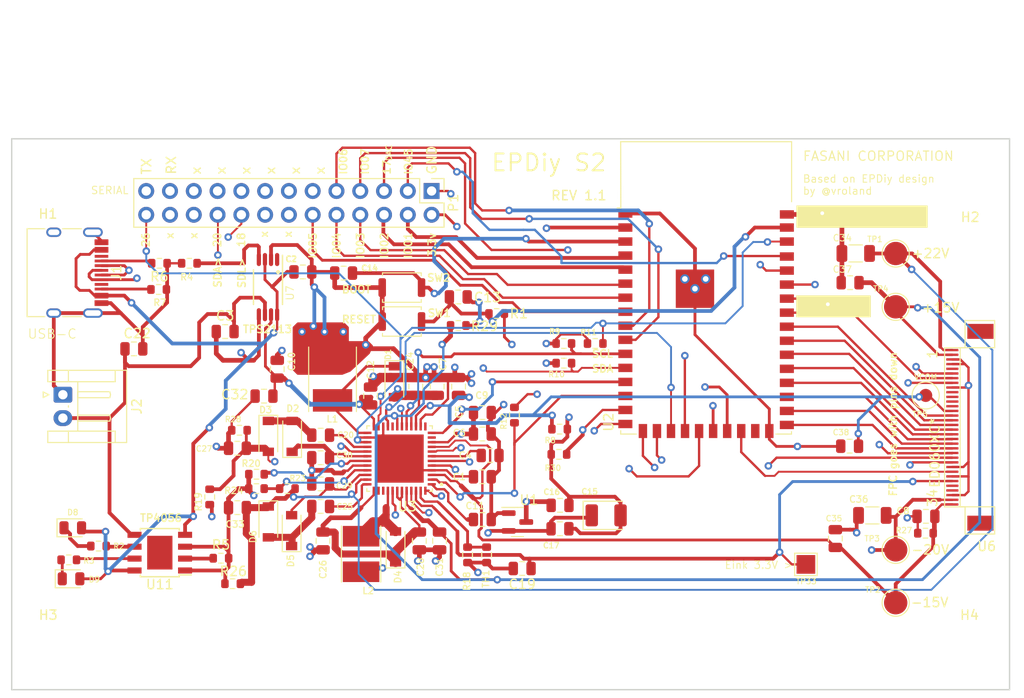
<source format=kicad_pcb>
(kicad_pcb (version 20211014) (generator pcbnew)
  (title_block (title "S2.1"))
  (layers (0 "F.Cu" signal) (1 "In1.Cu" signal) (2 "In2.Cu" signal) (31 "B.Cu" signal) (34 "B.Paste" user) (35 "F.Paste" user) (36 "B.SilkS" user "B.Silkscreen") (37 "F.SilkS" user "F.Silkscreen") (38 "B.Mask" user) (39 "F.Mask" user) (44 "Edge.Cuts" user))
  (net 0 "")
  (net 1 "GND")
  (net 2 "/-15V")
  (net 3 "/-20V")
  (net 6 "EPD_VDD")
  (net 7 "/EP_CKH")
  (net 8 "/EP_LE")
  (net 9 "/EP_OE")
  (net 10 "/EP_STH")
  (net 11 "/EP_D0")
  (net 12 "/EP_D1")
  (net 13 "/EP_D2")
  (net 14 "/EP_D3")
  (net 15 "/EP_D4")
  (net 16 "/EP_D5")
  (net 17 "/EP_D6")
  (net 18 "/EP_D7")
  (net 19 "/EP_VCOM")
  (net 24 "/EP_MODE")
  (net 25 "/EP_CKV")
  (net 26 "/EP_STV")
  (net 28 "/15V")
  (net 29 "/+22V")
  (net 30 "Net-(J1-PadA6)")
  (net 31 "Net-(J1-PadB5)")
  (net 33 "Net-(J1-PadA7)")
  (net 34 "Net-(J1-PadA5)")
  (net 36 "VBUS")
  (net 37 "/TPS_nINT")
  (net 38 "/TPS_WAKEUP")
  (net 39 "/TPS_VCOM_CTRL")
  (net 40 "/TPS_PWRUP")
  (net 41 "/TPS_PWR_GOOD")
  (net 42 "BAT+")
  (net 43 "/VNEG_IN")
  (net 44 "BOOT_MODE")
  (net 45 "/IO01")
  (net 46 "/IO02")
  (net 47 "/IO03")
  (net 48 "/IO04")
  (net 49 "/IO05")
  (net 50 "/IO06")
  (net 51 "/IO07")
  (net 52 "Net-(C4-Pad2)")
  (net 53 "SW_VIN")
  (net 54 "Net-(C11-Pad2)")
  (net 55 "Net-(C13-Pad1)")
  (net 57 "/TX")
  (net 58 "/RX")
  (net 59 "Net-(C20-Pad1)")
  (net 60 "Net-(C20-Pad2)")
  (net 61 "Net-(C25-Pad1)")
  (net 62 "Net-(C25-Pad2)")
  (net 63 "Net-(C26-Pad2)")
  (net 64 "Net-(C29-Pad2)")
  (net 65 "Net-(C30-Pad1)")
  (net 66 "Net-(D1-Pad1)")
  (net 67 "Net-(D4-Pad2)")
  (net 68 "Net-(D8-Pad1)")
  (net 69 "Net-(D9-Pad1)")
  (net 78 "/SCL")
  (net 80 "/SDA")
  (net 82 "/IO17")
  (net 83 "/IO45")
  (net 84 "Net-(R2-Pad2)")
  (net 85 "Net-(R3-Pad2)")
  (net 86 "Net-(R4-Pad1)")
  (net 87 "Net-(R5-Pad1)")
  (net 88 "Net-(R18-Pad2)")
  (net 89 "Net-(R19-Pad2)")
  (net 90 "Net-(R23-Pad2)")
  (net 96 "/+3.3V")
  (footprint "Capacitor_Tantalum_SMD:CP_EIA-3528-21_Kemet-B" (layer "F.Cu") (at 152.4925 111.37)
    (fp_text reference "C15")
    (fp_text value "C_Polarized 100uF")
  )
  (footprint "Capacitor_SMD:C_1206_3216Metric" (layer "F.Cu") (at 179.15 83.375 180)
    (fp_text reference "C34")
    (fp_text value "1uF/50V")
  )
  (footprint "LED_SMD:LED_0805_2012Metric" (layer "F.Cu") (at 95.525 112.7)
    (fp_text reference "D8")
    (fp_text value "GRE")
  )
  (footprint "Capacitor_SMD:C_0805_2012Metric" (layer "F.Cu") (at 134.7 114.102 90)
    (fp_text reference "C31")
    (fp_text value "4.7uF")
  )
  (footprint "Capacitor_SMD:C_0805_2012Metric" (layer "F.Cu") (at 136.732 97.592 -90)
    (fp_text reference "C5")
    (fp_text value "4.7uF")
  )
  (footprint "footprint:TPS2113APW" (layer "F.Cu") (at 116.375 86.975 -90)
    (fp_text reference "U7")
    (fp_text value "TPS2113APWR" hide)
  )
  (footprint "TestPoint:TestPoint_Pad_2.0x2.0mm" (layer "F.Cu") (at 173.83 116.61)
    (fp_text reference "TP33")
    (fp_text value "TestPoint")
  )
  (footprint "Capacitor_SMD:C_0805_2012Metric" (layer "F.Cu") (at 132.16 97.592 90)
    (fp_text reference "C24")
    (fp_text value "4.7uF")
  )
  (footprint "Capacitor_SMD:C_1206_3216Metric" (layer "F.Cu") (at 180.925 111.375 180)
    (fp_text reference "C36")
    (fp_text value "1uF/50V")
  )
  (footprint "Resistor_SMD:R_0603_1608Metric" (layer "F.Cu") (at 147.975 95.1)
    (fp_text reference "R10")
    (fp_text value "2K2")
  )
  (footprint "TestPoint:TestPoint_Pad_D2.5mm" (layer "F.Cu") (at 183.42 83.38)
    (fp_text reference "TP1")
    (fp_text value "+22V")
  )
  (footprint "Capacitor_SMD:C_0805_2012Metric" (layer "F.Cu") (at 147.57 110.3)
    (fp_text reference "C16")
    (fp_text value "10uF")
  )
  (footprint "footprint:Alps_SKRK" (layer "F.Cu") (at 130.675 87.025 180)
    (fp_text reference "SW2")
    (fp_text value "BOOT")
  )
  (footprint "Capacitor_SMD:C_0805_2012Metric" (layer "F.Cu") (at 139.272 107.244)
    (fp_text reference "C1")
    (fp_text value "4.7uF")
  )
  (footprint "Resistor_SMD:R_0603_1608Metric" (layer "F.Cu") (at 111.35 115.95)
    (fp_text reference "R5")
    (fp_text value "6.8K")
  )
  (footprint "Capacitor_SMD:C_0805_2012Metric" (layer "F.Cu") (at 117.362 95.746 -90)
    (fp_text reference "C10")
    (fp_text value "22uF")
  )
  (footprint "Capacitor_SMD:C_0805_2012Metric" (layer "F.Cu") (at 122.254 114.102 90)
    (fp_text reference "C26")
    (fp_text value "4.7uF")
  )
  (footprint "Diode_SMD:D_SOD-123" (layer "F.Cu") (at 118.952 102.926 90)
    (fp_text reference "D2")
    (fp_text value "MBR0540")
  )
  (footprint "Capacitor_SMD:C_0805_2012Metric" (layer "F.Cu") (at 111.8 91.725)
    (fp_text reference "C3")
    (fp_text value "100nF")
  )
  (footprint "Resistor_SMD:R_0603_1608Metric" (layer "F.Cu") (at 115.142 108.514 180)
    (fp_text reference "R24")
    (fp_text value "47.5k")
  )
  (footprint "Capacitor_SMD:C_0805_2012Metric" (layer "F.Cu") (at 124.45 85.475)
    (fp_text reference "C14")
    (fp_text value "0.1u")
  )
  (footprint "Resistor_SMD:R_0603_1608Metric" (layer "F.Cu") (at 142.7 100.65 90)
    (fp_text reference "R12")
    (fp_text value "10K")
  )
  (footprint "TestPoint:TestPoint_Pad_D2.5mm" (layer "F.Cu") (at 183.42 115.055)
    (fp_text reference "TP3")
    (fp_text value "-20V")
  )
  (footprint "Resistor_SMD:R_0603_1608Metric" (layer "F.Cu") (at 147.525 102.15)
    (fp_text reference "R30")
    (fp_text value "100k")
  )
  (footprint "MountingHole:MountingHole_2.5mm" (layer "F.Cu") (at 92.9 75.45)
    (fp_text reference "H1")
    (fp_text value "MountingHole")
  )
  (footprint "Capacitor_SMD:C_0805_2012Metric" (layer "F.Cu") (at 139.272 100.386)
    (fp_text reference "C9")
    (fp_text value "10uF")
  )
  (footprint "Capacitor_SMD:C_0805_2012Metric" (layer "F.Cu") (at 132.541 114.102 90)
    (fp_text reference "C28")
    (fp_text value "4.7uF")
  )
  (footprint "Diode_SMD:D_SOD-123" (layer "F.Cu") (at 129.874 97.084 -90)
    (fp_text reference "D1")
    (fp_text value "MBR0540")
  )
  (footprint "Resistor_SMD:R_0603_1608Metric" (layer "F.Cu") (at 107.975 84.425 180)
    (fp_text reference "R4")
    (fp_text value "400")
  )
  (footprint "Capacitor_SMD:C_0805_2012Metric" (layer "F.Cu") (at 139.272 111.816 180)
    (fp_text reference "C11")
    (fp_text value "4.7uF")
  )
  (footprint "Diode_SMD:D_SOD-123" (layer "F.Cu") (at 116.412 102.926 -90)
    (fp_text reference "D3")
    (fp_text value "MBR0540")
  )
  (footprint "Resistor_SMD:R_0603_1608Metric" (layer "F.Cu") (at 147.45 104.85)
    (fp_text reference "R8")
    (fp_text value "10K")
  )
  (footprint "Resistor_SMD:R_0603_1608Metric" (layer "F.Cu") (at 115.15 106.975 180)
    (fp_text reference "R20")
    (fp_text value "52.3k")
  )
  (footprint "Resistor_SMD:R_0603_1608Metric" (layer "F.Cu") (at 110.15 109.4 -90)
    (fp_text reference "R19")
    (fp_text value "1M")
  )
  (footprint "Capacitor_SMD:C_0805_2012Metric" (layer "F.Cu") (at 139.272 102.672 180)
    (fp_text reference "C6")
    (fp_text value "22uF")
  )
  (footprint "footprint:TPS65185RGZR_700X700X100-49N" (layer "F.Cu") (at 130.4325 105.3 180)
    (fp_text reference "U3")
    (fp_text value "QFN50P700X700X100-49N")
  )
  (footprint "Capacitor_SMD:C_0805_2012Metric" (layer "F.Cu") (at 134.446 97.592 90)
    (fp_text reference "C7")
    (fp_text value "4.7uF")
  )
  (footprint "Capacitor_SMD:C_0805_2012Metric" (layer "F.Cu") (at 113.11 104.196)
    (fp_text reference "C27")
    (fp_text value "2.2uF")
  )
  (footprint "Capacitor_SMD:C_0805_2012Metric" (layer "F.Cu") (at 122 102.799)
    (fp_text reference "C20")
    (fp_text value "10nF")
  )
  (footprint "Connector_JST:JST_EH_S2B-EH_1x02_P2.50mm_Horizontal" (layer "F.Cu") (at 94.4675 98.475 -90)
    (fp_text reference "J2")
    (fp_text value "Jack-DC")
  )
  (footprint "Capacitor_SMD:C_0805_2012Metric" (layer "F.Cu") (at 122 110.419)
    (fp_text reference "C25")
    (fp_text value "10nF")
  )
  (footprint "Resistor_SMD:R_0603_1608Metric" (layer "F.Cu") (at 151.325 93 180)
    (fp_text reference "R11")
    (fp_text value "10K" hide)
  )
  (footprint "Resistor_SMD:R_0603_1608Metric" (layer "F.Cu") (at 113.325 102.275 180)
    (fp_text reference "R28")
    (fp_text value "47k")
  )
  (footprint "Diode_SMD:D_SOD-123" (layer "F.Cu") (at 130.001 114.737 90)
    (fp_text reference "D4")
    (fp_text value "MBR0540")
  )
  (footprint "Capacitor_SMD:C_0805_2012Metric" (layer "F.Cu") (at 127.334 98.608 90)
    (fp_text reference "C12")
    (fp_text value "10uF")
  )
  (footprint "Inductor_SMD:L_Taiyo-Yuden_NR-50xx_HandSoldering" (layer "F.Cu") (at 123.27 96.83 90)
    (fp_text reference "L1")
    (fp_text value "4.7uH")
  )
  (footprint "TestPoint:TestPoint_Pad_D2.5mm" (layer "F.Cu") (at 183.42 89.08)
    (fp_text reference "TP4")
    (fp_text value "+15V")
  )
  (footprint "Resistor_SMD:R_0603_1608Metric" (layer "F.Cu") (at 95.1 116.125)
    (fp_text reference "R3")
    (fp_text value "2K2")
  )
  (footprint "Resistor_SMD:R_0603_1608Metric" (layer "F.Cu") (at 136.7 91.075)
    (fp_text reference "R29")
    (fp_text value "47k")
  )
  (footprint "Resistor_SMD:R_0603_1608Metric" (layer "F.Cu") (at 104.7 87.225 180)
    (fp_text reference "R7")
    (fp_text value "5.1k")
  )
  (footprint "Capacitor_SMD:C_0805_2012Metric" (layer "F.Cu") (at 186.65 111.475)
    (fp_text reference "C8")
    (fp_text value "4.7uF")
  )
  (footprint "footprint:X05A20H34G" (layer "F.Cu") (at 189.47 101.955 90)
    (fp_text reference "U6")
    (fp_text value "ED060XC5")
  )
  (footprint "MountingHole:MountingHole_2.5mm" (layer "F.Cu") (at 92.9 125.525)
    (fp_text reference "H3")
    (fp_text value "MountingHole")
  )
  (footprint "Capacitor_SMD:C_0805_2012Metric" (layer "F.Cu") (at 102.05 93.575 180)
    (fp_text reference "C22")
    (fp_text value "100nF")
  )
  (footprint "Capacitor_SMD:C_0805_2012Metric" (layer "F.Cu") (at 178.5 103.975 180)
    (fp_text reference "C38")
    (fp_text value "1uF/25V")
  )
  (footprint "Resistor_SMD:R_0603_1608Metric" (layer "F.Cu") (at 98.275 114.65)
    (fp_text reference "R2")
    (fp_text value "2K2")
  )
  (footprint "Resistor_SMD:R_0603_1608Metric" (layer "F.Cu") (at 137.6932 115.5926 90)
    (fp_text reference "R18")
    (fp_text value "43k")
  )
  (footprint "RF_Module:ESP32-S2-WROVER" (layer "F.Cu") (at 163.17 90.88)
    (fp_text reference "U2")
    (fp_text value "ESP32-S2-WROVER")
  )
  (footprint "MountingHole:MountingHole_2.5mm" (layer "F.Cu") (at 191.3 125.525)
    (fp_text reference "H4")
    (fp_text value "MountingHole")
  )
  (footprint "Resistor_SMD:R_0603_1608Metric" (layer "F.Cu") (at 104.775 84.425 180)
    (fp_text reference "R6")
    (fp_text value "5.1k")
  )
  (footprint "Resistor_SMD:R_0603_1608Metric" (layer "F.Cu") (at 186.6 113.275 180)
    (fp_text reference "R27")
    (fp_text value "47k")
  )
  (footprint "MountingHole:MountingHole_2.5mm" (layer "F.Cu") (at 191.3 75.45)
    (fp_text reference "H2")
    (fp_text value "MountingHole")
  )
  (footprint "Capacitor_SMD:C_0805_2012Metric" (layer "F.Cu") (at 140.1 104.9707 180)
    (fp_text reference "C4")
    (fp_text value "4.7uF")
  )
  (footprint "Capacitor_SMD:C_0805_2012Metric" (layer "F.Cu") (at 136.7 88.025)
    (fp_text reference "C13")
    (fp_text value "0.1u")
  )
  (footprint "Resistor_SMD:R_0603_1608Metric" (layer "F.Cu") (at 118.444 108.514 180)
    (fp_text reference "R23")
    (fp_text value "1M")
  )
  (footprint "Capacitor_SMD:C_0805_2012Metric" (layer "F.Cu") (at 143.525 117.05 180)
    (fp_text reference "C19")
    (fp_text value "10uF")
  )
  (footprint "Resistor_SMD:R_0603_1608Metric" (layer "F.Cu") (at 140.8 89.8 180)
    (fp_text reference "R1")
    (fp_text value "10K")
  )
  (footprint "Resistor_SMD:R_0603_1608Metric" (layer "F.Cu") (at 147.975 93)
    (fp_text reference "R9")
    (fp_text value "2K2")
  )
  (footprint "Capacitor_SMD:C_0805_2012Metric" (layer "F.Cu") (at 115.95 98.625)
    (fp_text reference "C32")
    (fp_text value "10uF")
  )
  (footprint "Resistor_SMD:R_0603_1608Metric" (layer "F.Cu") (at 139.7252 115.5926 -90)
    (fp_text reference "TH1")
    (fp_text value "10k/3380K")
  )
  (footprint "Capacitor_SMD:C_0805_2012Metric" (layer "F.Cu") (at 122 108.006)
    (fp_text reference "C29")
    (fp_text value "100nF")
  )
  (footprint "Capacitor_SMD:C_0805_2012Metric" (layer "F.Cu") (at 176.975 113.85 90)
    (fp_text reference "C35")
    (fp_text value "1uF/25V")
  )
  (footprint "Connector_PinHeader_2.54mm:PinHeader_2x13_P2.54mm_Vertical" (layer "F.Cu") (at 133.85 76.7 -90)
    (fp_text reference "P1")
    (fp_text value "CONN_02X13")
  )
  (footprint "Package_TO_SOT_SMD:SOT-23" (layer "F.Cu") (at 143.02 112.08)
    (fp_text reference "U1")
    (fp_text value "MCP1700-1202E_SOT23")
  )
  (footprint "LED_SMD:LED_0805_2012Metric" (layer "F.Cu") (at 95.34 118.15)
    (fp_text reference "D9")
    (fp_text value "RED")
  )
  (footprint "Capacitor_SMD:C_0805_2012Metric" (layer "F.Cu") (at 120.1 85.35 180)
    (fp_text reference "C2")
    (fp_text value "100nF")
  )
  (footprint "Capacitor_SMD:C_0805_2012Metric" (layer "F.Cu") (at 113.11 110.546 180)
    (fp_text reference "C33")
    (fp_text value "2.2uF")
  )
  (footprint "TP4056:TP4056_SOP-8-PP" (layer "F.Cu") (at 104.82 115.355 180)
    (fp_text reference "U11")
    (fp_text value "TP4056")
  )
  (footprint "footprint:Alps_SKRK" (layer "F.Cu") (at 130.675 90.65 180)
    (fp_text reference "SW1")
    (fp_text value "RESET")
  )
  (footprint "footprint:USB_C_Receptacle_HRO_TYPE-C-31-M-12" (layer "F.Cu") (at 94.545 85.43 -90)
    (fp_text reference "J1")
    (fp_text value "USB_C_Receptacle_USB2.0")
  )
  (footprint "Inductor_SMD:L_Taiyo-Yuden_NR-40xx_HandSoldering" (layer "F.Cu") (at 126.318 115.499 90)
    (fp_text reference "L2")
    (fp_text value "2.2uH")
  )
  (footprint "Diode_SMD:D_SOD-123" (layer "F.Cu") (at 116.412 112.07 -90)
    (fp_text reference "D6")
    (fp_text value "MBR0540")
  )
  (footprint "Capacitor_SMD:C_0805_2012Metric" (layer "F.Cu") (at 178.55 86.5 180)
    (fp_text reference "C37")
    (fp_text value "1uF/25V")
  )
  (footprint "Capacitor_SMD:C_0805_2012Metric" (layer "F.Cu") (at 122 105.212 180)
    (fp_text reference "C30")
    (fp_text value "100nF")
  )
  (footprint "TestPoint:TestPoint_Pad_D2.5mm" (layer "F.Cu") (at 186.625 98.55)
    (fp_text reference "TP5")
    (fp_text value "VCOM")
  )
  (footprint "Capacitor_SMD:C_0805_2012Metric" (layer "F.Cu") (at 147.56 112.8)
    (fp_text reference "C17")
    (fp_text value "10uF")
  )
  (footprint "TestPoint:TestPoint_Pad_D2.5mm" (layer "F.Cu") (at 183.42 120.705)
    (fp_text reference "TP2")
    (fp_text value "-15V")
  )
  (footprint "Diode_SMD:D_SOD-123" (layer "F.Cu") (at 118.9 113 90)
    (fp_text reference "D5")
    (fp_text value "MBR0540")
  )
  (footprint "Resistor_SMD:R_0603_1608Metric" (layer "F.Cu") (at 112.6 118.675 180)
    (fp_text reference "R26")
    (fp_text value "47k")
  )
  (gr_rect (start 172.875 78.3) (end 186.775 80.575) (layer "F.SilkS") (width 0.12) (fill solid))
  (gr_rect (start 172.855 87.915) (end 180.705 90.14) (layer "F.SilkS") (width 0.12) (fill solid))
  (gr_line (start 89 71.12) (end 195.58 71.12) (layer "Edge.Cuts") (width 0.15))
  (gr_line (start 89 130) (end 195.58 130) (layer "Edge.Cuts") (width 0.15))
  (gr_line (start 195.58 130) (end 195.58 71.12) (layer "Edge.Cuts") (width 0.15))
  (gr_line (start 89 71.12) (end 89 130) (layer "Edge.Cuts") (width 0.15))
  (gr_text "x" (at 111.340748 74.516666 90) (layer "F.SilkS") (effects (font (size 1 1))))
  (gr_text "FASANI CORPORATION" (at 181.57 72.97) (layer "F.SilkS") (effects (font (size 1 1) (thickness 0.12))))
  (gr_text "17" (at 129.06416 74.159523 90) (layer "F.SilkS") (effects (font (size 0.8 0.8))))
  (gr_text "TPS2113" (at 116.325 91.475) (layer "F.SilkS") (effects (font (size 0.8 0.8))))
  (gr_text "GND" (at 133.875 73.397619 90) (layer "F.SilkS") (effects (font (size 1 1))))
  (gr_text "26" (at 103.325 81.915476 90) (layer "F.SilkS") (effects (font (size 0.8 0.8))))
  (gr_text "x" (at 108.420832 81.477381 90) (layer "F.SilkS") (effects (font (size 0.8 0.8))))
  (gr_text "TX" (at 103.4 74.064285 90) (layer "F.SilkS") (effects (font (size 1 1))))
  (gr_text "SERIAL" (at 99.475 76.625) (layer "F.SilkS") (effects (font (size 0.8 0.8) (thickness 0.1))))
  (gr_text "3.3v" (at 133.9 82.440476 90) (layer "F.SilkS") (effects (font (size 0.8 0.8))))
  (gr_text "x" (at 118.5 81.325 90) (layer "F.SilkS") (effects (font (size 0.8 0.8))))
  (gr_text "x" (at 121.928412 74.516666 90) (layer "F.SilkS") (effects (font (size 1 1))))
  (gr_text "+15V" (at 188.225 89.175) (layer "F.SilkS") (effects (font (size 1 1))))
  (gr_text "18" (at 113.516664 81.915476 90) (layer "F.SilkS") (effects (font (size 0.8 0.8))))
  (gr_text "IO03" (at 126.256244 82.525 90) (layer "F.SilkS") (effects (font (size 0.8 0.8))))
  (gr_text "SDA" (at 152.119047 95.7) (layer "F.SilkS") (effects (font (size 0.8 0.8))))
  (gr_text "SDL>" (at 113.575 85.475 90) (layer "F.SilkS") (effects (font (size 0.8 0.8))))
  (gr_text "FPC goes with pins down" (at 183.14 101.63 90) (layer "F.SilkS") (effects (font (size 0.8 0.8))))
  (gr_text "x" (at 105.872916 81.477381 90) (layer "F.SilkS") (effects (font (size 0.8 0.8))))
  (gr_text "IO02" (at 128.80416 82.525 90) (layer "F.SilkS") (effects (font (size 0.8 0.8))))
  (gr_text "IO04" (at 123.708328 82.525 90) (layer "F.SilkS") (effects (font (size 0.8 0.8))))
  (gr_text "x" (at 119.281496 74.516666 90) (layer "F.SilkS") (effects (font (size 1 1))))
  (gr_text "EPDiy S2" (at 146.378809 73.67) (layer "F.SilkS") (effects (font (size 1.8 1.8) (thickness 0.2))))
  (gr_text "+22V" (at 187.15 83.375) (layer "F.SilkS") (effects (font (size 1 1))))
  (gr_text "BOOT\n" (at 125.825 87.225) (layer "F.SilkS") (effects (font (size 0.8 0.8))))
  (gr_text "x" (at 108.693832 74.516666 90) (layer "F.SilkS") (effects (font (size 1 1))))
  (gr_text "1" (at 187.35 94.13 90) (layer "F.SilkS") (effects (font (size 1 1))))
  (gr_text "20" (at 110.968748 81.915476 90) (layer "F.SilkS") (effects (font (size 0.8 0.8))))
  (gr_text "x" (at 116.63458 74.516666 90) (layer "F.SilkS") (effects (font (size 1 1))))
  (gr_text "SCL" (at 152.1 94.1) (layer "F.SilkS") (effects (font (size 0.8 0.8))))
  (gr_text "USB-C" (at 93.325 91.975) (layer "F.SilkS") (effects (font (size 1 1) (thickness 0.1))))
  (gr_text "REV 1.1" (at 149.58 77.18) (layer "F.SilkS") (effects (font (size 1 1))))
  (gr_text "Eink 3.3V >" (at 168.81 116.68) (layer "F.SilkS") (effects (font (size 0.8 0.8) (thickness 0.1))))
  (gr_text "x" (at 113.987664 74.516666 90) (layer "F.SilkS") (effects (font (size 1 1))))
  (gr_text "-20V" (at 187.125 115.05) (layer "F.SilkS") (effects (font (size 1 1))))
  (gr_text "ED060XC*" (at 187.6 104.675 90) (layer "F.SilkS") (effects (font (size 1 1))))
  (gr_text "TP4056" (at 104.95 111.65) (layer "F.SilkS") (effects (font (size 0.8 0.8))))
  (gr_text "°" (at 117.45 85.775) (layer "F.SilkS") (effects (font (size 1 1))))
  (gr_text "Based on EPDiy design\nby @vroland" (at 173.451905 76.04) (layer "F.SilkS") (effects (font (size 0.8 0.8) (thickness 0.1)) (justify left)))
  (gr_text "SDA>" (at 111 85.4 90) (layer "F.SilkS") (effects (font (size 0.8 0.8))))
  (gr_text "IO01" (at 131.352076 82.525 90) (layer "F.SilkS") (effects (font (size 0.8 0.8))))
  (gr_text "IO06" (at 124.414328 73.55 90) (layer "F.SilkS") (effects (font (size 0.8 0.8))))
  (gr_text "VCOM" (at 186.625 96.6) (layer "F.SilkS") (effects (font (size 0.6 0.6) (thickness 0.1))))
  (gr_text "IO05" (at 121.160412 82.525 90) (layer "F.SilkS") (effects (font (size 0.8 0.8))))
  (gr_text "x" (at 115.952084 81.325 90) (layer "F.SilkS") (effects (font (size 0.8 0.8))))
  (gr_text "RESET" (at 126.091667 90.425) (layer "F.SilkS") (effects (font (size 0.8 0.8))))
  (gr_text "34" (at 187.35 109.5 90) (layer "F.SilkS") (effects (font (size 1 1))))
  (gr_text "IO45" (at 131.389076 73.55 90) (layer "F.SilkS") (effects (font (size 0.8 0.8))))
  (gr_text "IO07" (at 126.739244 73.55 90) (layer "F.SilkS") (effects (font (size 0.8 0.8))))
  (gr_text "RX" (at 106.046916 73.945238 90) (layer "F.SilkS") (effects (font (size 1 1))))
  (gr_text "DAC" (at 129.30016 72.625 90) (layer "F.SilkS") (effects (font (size 0.6 0.6) (thickness 0.1))))
  (gr_text "-15V" (at 187.05 120.675) (layer "F.SilkS") (effects (font (size 1 1))))
  (segment (start 114.862 94.796) (end 111.571 94.796) (width 0.5) (layer "F.Cu") (net 1))
  (segment (start 132.541 116.067) (end 132.362 116.246) (width 0.5) (layer "F.Cu") (net 1))
  (segment (start 121.05 85.35) (end 123.375 85.35) (width 0.4) (layer "F.Cu") (net 1))
  (segment (start 148.35 102.15) (end 148.35 101.05) (width 0.4) (layer "F.Cu") (net 1))
  (segment (start 189.47 107.205) (end 191.145 107.205) (width 0.25) (layer "F.Cu") (net 1))
  (segment (start 137.7426 116.4176) (end 138.8 117.475) (width 0.4) (layer "F.Cu") (net 1))
  (segment (start 98.59 82.18) (end 98.59 82.025) (width 0.3) (layer "F.Cu") (net 1))
  (segment (start 189.47 97.705) (end 190.97 97.705) (width 0.25) (layer "F.Cu") (net 1))
  (segment (start 132.16 95.931998) (end 132.16 96.642) (width 0.5) (layer "F.Cu") (net 1))
  (segment (start 184.8 111.475) (end 184.65 111.625) (width 0.25) (layer "F.Cu") (net 1))
  (segment (start 148.55 109.38) (end 146.625 107.455) (width 0.4) (layer "F.Cu") (net 1))
  (segment (start 110.85 94.075) (end 110.85 91.725) (width 0.5) (layer "F.Cu") (net 1))
  (segment (start 111.67 114.72) (end 112.16 115.21) (width 0.4) (layer "F.Cu") (net 1))
  (segment (start 137.716 96.642) (end 138.112 96.246) (width 0.5) (layer "F.Cu") (net 1))
  (segment (start 140.222 107.244) (end 140.222 111.816) (width 0.4) (layer "F.Cu") (net 1))
  (segment (start 114.317 108.514) (end 114.317 108.701) (width 0.5) (layer "F.Cu") (net 1))
  (segment (start 111.815 118.635) (end 111.775 118.675) (width 0.4) (layer "F.Cu") (net 1))
  (segment (start 148.52 109.41) (end 148.55 109.38) (width 0.4) (layer "F.Cu") (net 1))
  (segment (start 175.575 79.075) (end 176.65 79.075) (width 0.5) (layer "F.Cu") (net 1))
  (segment (start 185.775 111.55) (end 185.7 111.475) (width 0.25) (layer "F.Cu") (net 1))
  (segment (start 121.168 115.052) (end 122.254 115.052) (width 0.5) (layer "F.Cu") (net 1))
  (segment (start 133.925493 100.6) (end 135.6 98.925493) (width 0.25) (layer "F.Cu") (net 1))
  (segment (start 127.334 96.805068) (end 127.627534 96.511534) (width 0.5) (layer "F.Cu") (net 1))
  (segment (start 141.05 103.5) (end 140.222 102.672) (width 0.4) (layer "F.Cu") (net 1))
  (segment (start 103 91.225) (end 105.6 88.625) (width 0.4) (layer "F.Cu") (net 1))
  (segment (start 137.65 88.025) (end 138.225 88.6) (width 0.4) (layer "F.Cu") (net 1))
  (segment (start 119.5 82.475) (end 121.05 84.025) (width 0.4) (layer "F.Cu") (net 1))
  (segment (start 154.03 112.81) (end 154.03 111.37) (width 0.4) (layer "F.Cu") (net 1))
  (segment (start 177.675 80.1) (end 177.675 83.375) (width 0.5) (layer "F.Cu") (net 1))
  (segment (start 133.216 96.642) (end 133.216 95.642) (width 0.5) (layer "F.Cu") (net 1))
  (segment (start 178.575 112.9) (end 178.925 112.9) (width 0.4) (layer "F.Cu") (net 1))
  (segment (start 191.145 107.205) (end 191.195 107.255) (width 0.25) (layer "F.Cu") (net 1))
  (segment (start 169.92 102.355) (end 169.92 103.245) (width 0.3) (layer "F.Cu") (net 1))
  (segment (start 133.216 96.642) (end 136.732 96.642) (width 1) (layer "F.Cu") (net 1))
  (segment (start 128.575 90.65) (end 128.575 87.025) (width 0.5) (layer "F.Cu") (net 1))
  (segment (start 136.138218 104.449519) (end 134.450481 104.449519) (width 0.2) (layer "F.Cu") (net 1))
  (segment (start 126.812 93.146) (end 126.812 92.413) (width 0.5) (layer "F.Cu") (net 1))
  (segment (start 111.062 104.196) (end 110.862 103.996) (width 0.5) (layer "F.Cu") (net 1))
  (segment (start 161.98 82.855) (end 161.98 87.145) (width 0.4) (layer "F.Cu") (net 1))
  (segment (start 124.9 106.6) (end 124.573655 106.6) (width 0.25) (layer "F.Cu") (net 1))
  (segment (start 137.525 91.075) (end 138.525 91.075) (width 0.4) (layer "F.Cu") (net 1))
  (segment (start 148.52 110.3) (end 148.52 109.41) (width 0.4) (layer "F.Cu") (net 1))
  (segment (start 112.175 116.9) (end 112.175 115.95) (width 0.4) (layer "F.Cu") (net 1))
  (segment (start 175.445 79.205) (end 175.575 79.075) (width 0.5) (layer "F.Cu") (net 1))
  (segment (start 114.317 108.701) (end 114.862 109.246) (width 0.5) (layer "F.Cu") (net 1))
  (segment (start 137.508 96.642) (end 138.112 97.246) (width 0.5) (layer "F.Cu") (net 1))
  (segment (start 178.925 112.9) (end 179.25 113.225) (width 0.4) (layer "F.Cu") (net 1))
  (segment (start 134.450481 104.449519) (end 134.35 104.55) (width 0.2) (layer "F.Cu") (net 1))
  (segment (start 139.862 102.312) (end 140.222 102.672) (width 0.4) (layer "F.Cu") (net 1))
  (segment (start 113.211 108.514) (end 112.16 109.565) (width 0.5) (layer "F.Cu") (net 1))
  (segment (start 158.23 79.105) (end 161.98 82.855) (width 0.4) (layer "F.Cu") (net 1))
  (segment (start 134.1 109.3) (end 134.9 109.3) (width 0.25) (layer "F.Cu") (net 1))
  (segment (start 107.52 114.72) (end 111.67 114.72) (width 0.4) (layer "F.Cu") (net 1))
  (segment (start 172.925 104) (end 177.525 104) (width 0.3) (layer "F.Cu") (net 1))
  (segment (start 111.571 94.796) (end 110.85 94.075) (width 0.5) (layer "F.Cu") (net 1))
  (segment (start 114.321 94.796) (end 113.5 93.975) (width 0.4) (layer "F.Cu") (net 1))
  (segment (start 136.732 96.642) (end 137.716 96.642) (width 0.5) (layer "F.Cu") (net 1))
  (segment (start 189.47 94.705) (end 190.32 94.705) (width 0.25) (layer "F.Cu") (net 1))
  (segment (start 133.85 76.7) (end 135.6 76.7) (width 0.25) (layer "F.Cu") (net 1))
  (segment (start 112.16 115.935) (end 112.175 115.95) (width 0.4) (layer "F.Cu") (net 1))
  (segment (start 107.15 84.425) (end 105.6 84.425) (width 0.25) (layer "F.Cu") (net 1))
  (segment (start 169.92 103.245) (end 170.675 104) (width 0.3) (layer "F.Cu") (net 1))
  (segment (start 93.495 97.5025) (end 93.495 89.75) (width 0.4) (layer "F.Cu") (net 1))
  (segment (start 148.35 102.975) (end 147.825 103.5) (width 0.4) (layer "F.Cu") (net 1))
  (segment (start 135.6 98.925493) (end 135.6 97.1) (width 0.25) (layer "F.Cu") (net 1))
  (segment (start 148.35 102.15) (end 148.35 102.975) (width 0.4) (layer "F.Cu") (net 1))
  (segment (start 146.925 103.5) (end 146.625 103.8) (width 0.4) (layer "F.Cu") (net 1))
  (segment (start 114.862 94.796) (end 114.321 94.796) (width 0.4) (layer "F.Cu") (net 1))
  (segment (start 99.58 88.68) (end 100.65 89.75) (width 0.4) (layer "F.Cu") (net 1))
  (segment (start 121.05 108.006) (end 121.05 106.558) (width 0.5) (layer "F.Cu") (net 1))
  (segment (start 98.59 82.025) (end 97.675 81.11) (width 0.3) (layer "F.Cu") (net 1))
  (segment (start 176.975 112.9) (end 178.525 112.9) (width 0.4) (layer "F.Cu") (net 1))
  (segment (start 140.3576 117.05) (end 139.7252 116.4176) (width 0.4) (layer "F.Cu") (net 1))
  (segment (start 129.784012 93.55601) (end 132.16 95.931998) (width 0.5) (layer "F.Cu") (net 1))
  (segment (start 112.16 104.196) (end 111.062 104.196) (width 0.5) (layer "F.Cu") (net 1))
  (segment (start 114.317 108.514) (end 113.211 108.514) (width 0.5) (layer "F.Cu") (net 1))
  (segment (start 129.466 96.642) (end 133.216 96.642) (width 1) (layer "F.Cu") (net 1))
  (segment (start 115.399998 94.258002) (end 114.862 94.796) (width 0.4) (layer "F.Cu") (net 1))
  (segment (start 138.525 91.075) (end 139 90.6) (width 0.4) (layer "F.Cu") (net 1))
  (segment (start 142.575 117.05) (end 140.3576 117.05) (width 0.4) (layer "F.Cu") (net 1))
  (segment (start 121.168 115.052) (end 120.862 114.746) (width 0.5) (layer "F.Cu") (net 1))
  (segment (start 129.979281 110.379281) (end 129.979281 111.330663) (width 0.25) (layer "F.Cu") (net 1))
  (segment (start 112.16 104.196) (end 112.16 102.615) (width 0.5) (layer "F.Cu") (net 1))
  (segment (start 126.9975 106.05) (end 125.45 106.05) (width 0.25) (layer "F.Cu") (net 1))
  (segment (start 136.732 96.642) (end 137.508 96.642) (width 0.5) (layer "F.Cu") (net 1))
  (segment (start 190.645 106.205) (end 191.195 105.655) (width 0.25) (layer "F.Cu") (net 1))
  (segment (start 134.7 115.052) (end 134.7 115.816999) (width 0.5) (layer "F.Cu") (net 1))
  (segment (start 117.362 94.246) (end 117.862 93.746) (width 0.5) (layer "F.Cu") (net 1))
  (segment (start 129.6825 108.735) (end 129.69352 108.74602) (width 0.25) (layer "F.Cu") (net 1))
  (segment (start 190.97 97.705) (end 191.195 97.48) (width 0.25) (layer "F.Cu") (net 1))
  (segment (start 132.6825 101.865) (end 132.6825 101.1175) (width 0.25) (layer "F.Cu") (net 1))
  (segment (start 147.825 103.5) (end 146.925 103.5) (width 0.4) (layer "F.Cu") (net 1))
  (segment (start 185.775 113.275) (end 185.775 111.55) (width 0.25) (layer "F.Cu") (net 1))
  (segment (start 112.5 101.325) (end 112.5 102.275) (width 0.25) (layer "F.Cu") (net 1))
  (segment (start 116.699998 84.024998) (end 116.699998 82.650002) (width 0.4) (layer "F.Cu") (net 1))
  (segment (start 177.675 86.425) (end 177.6 86.5) (width 0.5) (layer "F.Cu") (net 1))
  (segment (start 123.456403 106.840403) (end 124.108777 106.840403) (width 0.5) (layer "F.Cu") (net 1))
  (segment (start 133.2 100.6) (end 133.925493 100.6) (width 0.25) (layer "F.Cu") (net 1))
  (segment (start 189.47 95.205) (end 190.82 95.205) (width 0.25) (layer "F.Cu") (net 1))
  (segment (start 134.7 115.816999) (end 134.270999 116.246) (width 0.5) (layer "F.Cu") (net 1))
  (segment (start 137.6932 116.4176) (end 139.7252 116.4176) (width 0.4) (layer "F.Cu") (net 1))
  (segment (start 121.556 115.052) (end 120.862 115.746) (width 0.5) (layer "F.Cu") (net 1))
  (segment (start 127.334 97.658) (end 128.35 96.642) (width 1) (layer "F.Cu") (net 1))
  (segment (start 112.16 115.21) (end 112.16 115.935) (width 0.4) (layer "F.Cu") (net 1))
  (segment (start 191.195 108.805) (end 191.195 107.255) (width 0.25) (layer "F.Cu") (net 1))
  (segment (start 124.573655 106.6) (end 124.477144 106.696511) (width 0.25) (layer "F.Cu") (net 1))
  (segment (start 132.541 115.052) (end 134.7 115.052) (width 0.5) (layer "F.Cu") (net 1))
  (segment (start 128.575 87.025) (end 123.575 87.025) (width 0.5) (layer "F.Cu") (net 1))
  (segment (start 112.16 109.565) (end 112.16 110.546) (width 0.5) (layer "F.Cu") (net 1))
  (segment (start 149.24 112.8) (end 149.73 113.29) (width 0.4) (layer "F.Cu") (net 1))
  (segment (start 117.362 94.796) (end 117.362 94.246) (width 0.5) (layer "F.Cu") (net 1))
  (segment (start 105.6 88.625) (end 105.6 84.425) (width 0.4) (layer "F.Cu") (net 1))
  (segment (start 121.05 84.025) (end 121.05 85.35) (width 0.4) (layer "F.Cu") (net 1))
  (segment (start 140.689 100.386) (end 141.55 99.525) (width 0.3) (layer "F.Cu") (net 1))
  (segment (start 121.05 85.35) (end 121.05 86.7) (width 0.4) (layer "F.Cu") (net 1))
  (segment (start 190.32 94.705) (end 190.82 95.205) (width 0.25) (layer "F.Cu") (net 1))
  (segment (start 135.6 76.7) (end 135.9 77) (width 0.25) (layer "F.Cu") (net 1))
  (segment (start 136.329487 95.54477) (end 136.329487 96.239487) (width 0.5) (layer "F.Cu") (net 1))
  (segment (start 149.73 113.29) (end 153.55 113.29) (width 0.4) (layer "F.Cu") (net 1))
  (segment (start 170.675 104) (end 172.925 104) (width 0.3) (layer "F.Cu") (net 1))
  (segment (start 93.495 89.75) (end 97.675 89.75) (width 0.4) (layer "F.Cu") (net 1))
  (segment (start 140.222 101.136) (end 139.862 101.496) (width 0.4) (layer "F.Cu") (net 1))
  (segment (start 134.112 95.496) (end 134.112 96.308) (width 0.5) (layer "F.Cu") (net 1))
  (segment (start 115.399998 89.924999) (end 115.399998 94.258002) (width 0.4) (layer "F.Cu") (net 1))
  (segment (start 121.05 106.558) (end 121.05 105.212) (width 0.5) (layer "F.Cu") (net 1))
  (segment (start 138.225 88.6) (end 138.9 88.6) (width 0.4) (layer "F.Cu") (net 1))
  (segment (start 129.69352 110.09352) (end 129.979281 110.379281) (width 0.25) (layer "F.Cu") (net 1))
  (segment (start 140.222 100.386) (end 140.689 100.386) (width 0.3) (layer "F.Cu") (net 1))
  (segment (start 161.98 87.145) (end 161.98 92.055) (width 0.3) (layer "F.Cu") (net 1))
  (segment (start 133.216 95.642) (end 133.362 95.496) (width 0.5) (layer "F.Cu") (net 1))
  (segment (start 161.98 92.055) (end 169.92 99.995) (width 0.3) (layer "F.Cu") (net 1))
  (segment (start 146.625 103.8) (end 146.625 104.85) (width 0.4) (layer "F.Cu") (net 1))
  (segment (start 148.35 101.05) (end 148.525 100.875) (width 0.4) (layer "F.Cu") (net 1))
  (segment (start 191.195 95.58) (end 191.195 97.48) (width 0.25) (layer "F.Cu") (net 1))
  (segment (start 190.82 95.205) (end 191.195 95.58) (width 0.25) (layer "F.Cu") (net 1))
  (segment (start 107.52 117.26) (end 111.815 117.26) (width 0.4) (layer "F.Cu") (net 1))
  (segment (start 133.535 108.735) (end 134.1 109.3) (width 0.25) (layer "F.Cu") (net 1))
  (segment (start 134.112 96.308) (end 134.446 96.642) (width 0.5) (layer "F.Cu") (net 1))
  (segment (start 177.675 83.375) (end 177.675 86.425) (width 0.5) (layer "F.Cu") (net 1))
  (segment (start 136.439737 104.148) (end 136.138218 104.449519) (width 0.2) (layer "F.Cu") (net 1))
  (segment (start 177.525 104) (end 177.55 103.975) (width 0.3) (layer "F.Cu") (net 1))
  (segment (start 190.795 109.205) (end 191.195 108.805) (width 0.25) (layer "F.Cu") (net 1))
  (segment (start 127.22201 93.55601) (end 129.784012 93.55601) (width 0.5) (layer "F.Cu") (net 1))
  (segment (start 153.55 113.29) (end 154.03 112.81) (width 0.4) (layer "F.Cu") (net 1))
  (segment (start 176.65 79.075) (end 177.675 80.1) (width 0.5) (layer "F.Cu") (net 1))
  (segment (start 98.59 88.68) (end 99.58 88.68) (width 0.4) (layer "F.Cu") (net 1))
  (segment (start 179.25 113.225) (end 179.25 111.575) (width 0.4) (layer "F.Cu") (net 1))
  (segment (start 94.4675 98.475) (end 93.495 97.5025) (width 0.4) (layer "F.Cu") (net 1))
  (segment (start 126.812 93.146) (end 127.22201 93.55601) (width 0.5) (layer "F.Cu") (net 1))
  (segment (start 128.35 96.642) (end 129.466 96.642) (width 1) (layer "F.Cu") (net 1))
  (segment (start 146.625 107.455) (end 146.625 104.85) (width 0.4) (layer "F.Cu") (net 1))
  (segment (start 154.03 111.37) (end 154.03 109.98) (width 0.4) (layer "F.Cu") (net 1))
  (segment (start 191.195 105.655) (end 191.195 97.48) (width 0.25) (layer "F.Cu") (net 1))
  (segment (start 171.795 79.205) (end 175.445 79.205) (width 0.5) (layer "F.Cu") (net 1))
  (segment (start 125.45 106.05) (end 124.9 106.6) (width 0.25) (layer "F.Cu") (net 1))
  (segment (start 141.05 106.55) (end 141.05 104.9707) (width 0.4) (layer "F.Cu") (net 1))
  (segment (start 111.815 117.26) (end 111.815 118.635) (width 0.4) (layer "F.Cu") (net 1))
  (segment (start 97.675 89.75) (end 100.65 89.75) (width 0.4) (layer "F.Cu") (net 1))
  (segment (start 124.108777 106.840403) (end 124.333252 106.840403) (width 0.5) (layer "F.Cu") (net 1))
  (segment (start 154.03 109.98) (end 153.43 109.38) (width 0.4) (layer "F.Cu") (net 1))
  (segment (start 121.05 86.7) (end 121.325 86.975) (width 0.4) (layer "F.Cu") (net 1))
  (segment (start 154.545 79.105) (end 158.23 79.105) (width 0.4) (layer "F.Cu") (net 1))
  (segment (start 185.7 111.475) (end 184.8 111.475) (width 0.25) (layer "F.Cu") (net 1))
  (segment (start 112.16 110.546) (end 112.16 115.21) (width 0.4) (layer "F.Cu") (net 1))
  (segment (start 189.47 109.205) (end 190.795 109.205) (width 0.25) (layer "F.Cu") (net 1))
  (segment (start 133.8675 105.55) (end 137.7945 105.55) (width 0.25) (layer "F.Cu") (net 1))
  (segment (start 123.575 87.025) (end 123.5 86.95) (width 0.5) (layer "F.Cu") (net 1))
  (segment (start 103 92.1) (end 103 91.225) (width 0.4) (layer "F.Cu") (net 1))
  (segment (start 132.6825 101.1175) (end 133.2 100.6) (width 0.25) (layer "F.Cu") (net 1))
  (segment (start 127.334 97.658) (end 127.334 96.805068) (width 0.5) (layer "F.Cu") (net 1))
  (segment (start 100.65 89.75) (end 103 92.1) (width 0.4) (layer "F.Cu") (net 1))
  (segment (start 140.222 107.244) (end 140.356 107.244) (width 0.4) (layer "F.Cu") (net 1))
  (segment (start 116.699998 82.650002) (end 116.875 82.475) (width 0.4) (layer "F.Cu") (net 1))
  (segment (start 189.47 106.205) (end 190.645 106.205) (width 0.25) (layer "F.Cu") (net 1))
  (segment (start 136.439737 104.148) (end 136.986 104.148) (width 0.2) (layer "F.Cu") (net 1))
  (segment (start 124.333252 106.840403) (end 124.477144 106.696511) (width 0.5) (layer "F.Cu") (net 1))
  (segment (start 103 92.1) (end 103 93.575) (width 0.4) (layer "F.Cu") (net 1))
  (segment (start 148.51 112.8) (end 149.24 112.8) (width 0.4) (layer "F.Cu") (net 1))
  (segment (start 133.1825 108.735) (end 133.465624 108.735) (width 0.25) (layer "F.Cu") (net 1))
  (segment (start 121.05 106.558) (end 123.174 106.558) (width 0.5) (layer "F.Cu") (net 1))
  (segment (start 179.25 111.575) (end 179.45 111.375) (width 0.25) (layer "F.Cu") (net 1))
  (segment (start 137.7945 105.55) (end 137.9 105.6555) (width 0.25) (layer "F.Cu") (net 1))
  (segment (start 140.356 107.244) (end 141.05 106.55) (width 0.4) (layer "F.Cu") (net 1))
  (segment (start 115.2 98.625) (end 112.5 101.325) (width 0.25) (layer "F.Cu") (net 1))
  (segment (start 178.525 112.9) (end 178.575 112.9) (width 0.4) (layer "F.Cu") (net 1))
  (segment (start 112.16 102.615) (end 112.5 102.275) (width 0.5) (layer "F.Cu") (net 1))
  (segment (start 141.05 104.9707) (end 141.05 103.5) (width 0.4) (layer "F.Cu") (net 1))
  (segment (start 136.329487 96.239487) (end 136.732 96.642) (width 0.5) (layer "F.Cu") (net 1))
  (segment (start 134.35 104.55) (end 133.8675 104.55) (width 0.2) (layer "F.Cu") (net 1))
  (segment (start 142.0825 111.13) (end 140.908 111.13) (width 0.4) (layer "F.Cu") (net 1))
  (segment (start 114.317 108.514) (end 114.317 106.983) (width 0.5) (layer "F.Cu") (net 1))
  (segment (start 140.908 111.13) (end 140.222 111.816) (width 0.4) (layer "F.Cu") (net 1))
  (segment (start 126.812 92.413) (end 128.575 90.65) (width 0.5) (layer "F.Cu") (net 1))
  (segment (start 133.465624 108.735) (end 133.535 108.735) (width 0.25) (layer "F.Cu") (net 1))
  (segment (start 139.862 101.496) (end 139.862 102.312) (width 0.4) (layer "F.Cu") (net 1))
  (segment (start 129.69352 108.74602) (end 129.69352 110.09352) (width 0.25) (layer "F.Cu") (net 1))
  (segment (start 132.541 115.052) (end 132.541 116.067) (width 0.5) (layer "F.Cu") (net 1))
  (segment (start 114.317 106.983) (end 114.325 106.975) (width 0.5) (layer "F.Cu") (net 1))
  (segment (start 169.92 99.995) (end 169.92 102.355) (width 0.3) (layer "F.Cu") (net 1))
  (segment (start 123.375 85.35) (end 123.5 85.475) (width 0.4) (layer "F.Cu") (net 1))
  (segment (start 112.175 115.025) (end 112.175 115.95) (width 0.3) (layer "F.Cu") (net 1))
  (segment (start 116.875 82.475) (end 119.5 82.475) (width 0.4) (layer "F.Cu") (net 1))
  (segment (start 111.815 117.26) (end 112.175 116.9) (width 0.4) (layer "F.Cu") (net 1))
  (segment (start 191.195 107.255) (end 191.195 105.655) (width 0.25) (layer "F.Cu") (net 1))
  (segment (start 123.5 86.95) (end 123.5 85.475) (width 0.5) (layer "F.Cu") (net 1))
  (segment (start 123.174 106.558) (end 123.456403 106.840403) (width 0.5) (layer "F.Cu") (net 1))
  (segment (start 153.43 109.38) (end 148.55 109.38) (width 0.4) (layer "F.Cu") (net 1))
  (via (at 121.05 106.558) (size 0.8) (drill 0.4) (layers "F.Cu" "B.Cu") (net 1))
  (via (at 138.112 97.246) (size 0.8) (drill 0.4) (layers "F.Cu" "B.Cu") (net 1))
  (via (at 141.55 99.525) (size 0.8) (drill 0.4) (layers "F.Cu" "B.Cu") (net 1))
  (via (at 137.9 105.6555) (size 0.8) (drill 0.4) (layers "F.Cu" "B.Cu") (net 1))
  (via (at 124.412 91.746) (size 0.8) (drill 0.4) (layers "F.Cu" "B.Cu") (net 1))
  (via (at 148.525 100.875) (size 0.8) (drill 0.4) (layers "F.Cu" "B.Cu") (net 1))
  (via (at 139 90.6) (size 0.8) (drill 0.4) (layers "F.Cu" "B.Cu") (net 1))
  (via (at 136.329487 95.54477) (size 0.8) (drill 0.4) (layers "F.Cu" "B.Cu") (net 1))
  (via (at 120.862 114.746) (size 0.8) (drill 0.4) (layers "F.Cu" "B.Cu") (net 1))
  (via (at 184.65 111.625) (size 0.8) (drill 0.4) (layers "F.Cu" "B.Cu") (net 1))
  (via (at 120.012 91.746) (size 0.8) (drill 0.4) (layers "F.Cu" "B.Cu") (net 1))
  (via (at 121.325 86.975) (size 0.8) (drill 0.4) (layers "F.Cu" "B.Cu") (net 1))
  (via (at 175.575 79.075) (size 0.8) (drill 0.4) (layers "F.Cu" "B.Cu") (net 1))
  (via (at 172.925 104) (size 0.8) (drill 0.4) (layers "F.Cu" "B.Cu") (net 1))
  (via (at 113.5 93.975) (size 0.8) (drill 0.4) (layers "F.Cu" "B.Cu") (net 1))
  (via (at 138.8 117.475) (size 0.8) (drill 0.4) (layers "F.Cu" "B.Cu") (net 1))
  (via (at 117.862 93.746) (size 0.8) (drill 0.4) (layers "F.Cu" "B.Cu") (net 1))
  (via (at 121.212 91.146) (size 0.8) (drill 0.4) (layers "F.Cu" "B.Cu") (net 1))
  (via (at 127.627534 96.511534) (size 0.8) (drill 0.4) (layers "F.Cu" "B.Cu") (net 1))
  (via (at 132.362 116.246) (size 0.8) (drill 0.4) (layers "F.Cu" "B.Cu") (net 1))
  (via (at 161.98 87.145) (size 1) (drill 0.6) (layers "F.Cu" "B.Cu") (net 1))
  (via (at 135.9 77) (size 0.8) (drill 0.4) (layers "F.Cu" "B.Cu") (net 1))
  (via (at 136.986 104.148) (size 0.8) (drill 0.4) (layers "F.Cu" "B.Cu") (net 1))
  (via (at 191.195 97.48) (size 0.8) (drill 0.4) (layers "F.Cu" "B.Cu") (net 1))
  (via (at 179.25 113.225) (size 0.8) (drill 0.4) (layers "F.Cu" "B.Cu") (net 1))
  (via (at 110.862 103.996) (size 0.8) (drill 0.4) (layers "F.Cu" "B.Cu") (net 1))
  (via (at 160.9 86.1) (size 1) (drill 0.6) (layers "F.Cu" "B.Cu") (net 1))
  (via (at 134.112 95.496) (size 0.8) (drill 0.4) (layers "F.Cu" "B.Cu") (net 1))
  (via (at 138.112 96.246) (size 0.8) (drill 0.4) (layers "F.Cu" "B.Cu") (net 1))
  (via (at 114.862 109.246) (size 0.8) (drill 0.4) (layers "F.Cu" "B.Cu") (net 1))
  (via (at 133.362 95.496) (size 0.8) (drill 0.4) (layers "F.Cu" "B.Cu") (net 1))
  (via (at 134.270999 116.246) (size 0.8) (drill 0.4) (layers "F.Cu" "B.Cu") (net 1))
  (via (at 134.9 109.3) (size 0.8) (drill 0.4) (layers "F.Cu" "B.Cu") (net 1))
  (via (at 126.812 93.146) (size 0.8) (drill 0.4) (layers "F.Cu" "B.Cu") (net 1))
  (via (at 163.125 86.1) (size 1) (drill 0.6) (layers "F.Cu" "B.Cu") (net 1))
  (via (at 129.979281 111.330663) (size 0.8) (drill 0.4) (layers "F.Cu" "B.Cu") (net 1))
  (via (at 133.216 96.642) (size 0.8) (drill 0.4) (layers "F.Cu" "B.Cu") (net 1))
  (via (at 122.412 91.746) (size 0.8) (drill 0.4) (layers "F.Cu" "B.Cu") (net 1))
  (via (at 138.9 88.6) (size 0.8) (drill 0.4) (layers "F.Cu" "B.Cu") (net 1))
  (via (at 120.862 115.746) (size 0.8) (drill 0.4) (layers "F.Cu" "B.Cu") (net 1))
  (segment (start 139 88.7) (end 139 90.6) (width 0.4) (layer "B.Cu") (net 1))
  (segment (start 138.9 88.6) (end 139 88.7) (width 0.4) (layer "B.Cu") (net 1))
  (segment (start 121.325 91.033) (end 121.212 91.146) (width 0.4) (layer "B.Cu") (net 1))
  (segment (start 122.412 88.062) (end 121.325 86.975) (width 0.4) (layer "B.Cu") (net 1))
  (segment (start 121.325 86.975) (end 121.325 91.033) (width 0.4) (layer "B.Cu") (net 1))
  (segment (start 122.412 91.746) (end 122.412 88.062) (width 0.4) (layer "B.Cu") (net 1))
  (segment (start 183.42 118.705) (end 187.425 114.7) (width 0.4) (layer "F.Cu") (net 2))
  (segment (start 136.378851 103.371511) (end 137.471511 103.371511) (width 0.2) (layer "F.Cu") (net 2))
  (segment (start 138 103.9) (end 139.8 103.9) (width 0.2) (layer "F.Cu") (net 2))
  (segment (start 187.6 111.475) (end 187.6 113.1) (width 0.4) (layer "F.Cu") (net 2))
  (segment (start 140.1 105.7) (end 140.1 104.2) (width 0.25) (layer "F.Cu") (net 2))
  (segment (start 187.6 113.1) (end 187.425 113.275) (width 0.4) (layer "F.Cu") (net 2))
  (segment (start 187.425 113.275) (end 187.425 111.125) (width 0.25) (layer "F.Cu") (net 2))
  (segment (start 139.17152 112.72848) (end 138.9 113) (width 0.3) (layer "F.Cu") (net 2))
  (segment (start 139.272 106.528) (end 140.1 105.7) (width 0.25) (layer "F.Cu") (net 2))
  (segment (start 139.018 109.53) (end 139.272 109.276) (width 0.25) (layer "F.Cu") (net 2))
  (segment (start 133.8675 107.05) (end 135.25 107.05) (width 0.25) (layer "F.Cu") (net 2))
  (segment (start 176.175 114) (end 176.975 114.8) (width 0.3) (layer "F.Cu") (net 2))
  (segment (start 140.1 104.2) (end 139.8 103.9) (width 0.25) (layer "F.Cu") (net 2))
  (segment (start 135.9 107.7) (end 136.492 107.7) (width 0.25) (layer "F.Cu") (net 2))
  (segment (start 135.700362 104.05) (end 136.378851 103.371511) (width 0.2) (layer "F.Cu") (net 2))
  (segment (start 138.322 109.53) (end 139.018 109.53) (width 0.25) (layer "F.Cu") (net 2))
  (segment (start 137.471511 103.371511) (end 138 103.9) (width 0.2) (layer "F.Cu") (net 2))
  (segment (start 177.515 114.8) (end 183.42 120.705) (width 0.4) (layer "F.Cu") (net 2))
  (segment (start 187.425 111.125) (end 188.345 110.205) (width 0.25) (layer "F.Cu") (net 2))
  (segment (start 135.25 107.05) (end 135.9 107.7) (width 0.25) (layer "F.Cu") (net 2))
  (segment (start 176.975 114.8) (end 177.515 114.8) (width 0.3) (layer "F.Cu") (net 2))
  (segment (start 138.9 113.6) (end 139.3 114) (width 0.3) (layer "F.Cu") (net 2))
  (segment (start 133.8675 104.05) (end 135.700362 104.05) (width 0.2) (layer "F.Cu") (net 2))
  (segment (start 187.425 114.7) (end 187.425 113.275) (width 0.4) (layer "F.Cu") (net 2))
  (segment (start 139.272 109.276) (end 139.272 106.528) (width 0.25) (layer "F.Cu") (net 2))
  (segment (start 137.003999 108.211999) (end 138.322 109.53) (width 0.5) (layer "F.Cu") (net 2))
  (segment (start 138.322 109.53) (end 139.17152 110.37952) (width 0.3) (layer "F.Cu") (net 2))
  (segment (start 136.492 107.7) (end 137.003999 108.211999) (width 0.25) (layer "F.Cu") (net 2))
  (segment (start 188.345 110.205) (end 189.47 110.205) (width 0.25) (layer "F.Cu") (net 2))
  (segment (start 183.42 120.705) (end 183.42 118.705) (width 0.4) (layer "F.Cu") (net 2))
  (segment (start 139.3 114) (end 176.175 114) (width 0.3) (layer "F.Cu") (net 2))
  (segment (start 139.17152 110.37952) (end 139.17152 112.72848) (width 0.3) (layer "F.Cu") (net 2))
  (segment (start 138.9 113) (end 138.9 113.6) (width 0.3) (layer "F.Cu") (net 2))
  (segment (start 183.42 111.53) (end 182.555 111.53) (width 0.4) (layer "F.Cu") (net 3))
  (segment (start 183.4 115.075) (end 183.42 115.055) (width 0.2) (layer "F.Cu") (net 3))
  (segment (start 112.7 107.125) (end 111.25 108.575) (width 0.4) (layer "F.Cu") (net 3))
  (segment (start 126.9975 104.55) (end 125.15 104.55) (width 0.25) (layer "F.Cu") (net 3))
  (segment (start 114.06 104.196) (end 114.06 102.365) (width 0.3) (layer "F.Cu") (net 3))
  (segment (start 182.555 111.53) (end 182.4 111.375) (width 0.4) (layer "F.Cu") (net 3))
  (segment (start 117.1 105.625) (end 116.6 105.625) (width 0.2) (layer "F.Cu") (net 3))
  (segment (start 124.175 103.975) (end 124.575 103.975) (width 0.25) (layer "F.Cu") (net 3))
  (segment (start 116.6 105.625) (end 116.412 105.437) (width 0.2) (layer "F.Cu") (net 3))
  (segment (start 189.47 109.705) (end 188.155 109.705) (width 0.25) (layer "F.Cu") (net 3))
  (segment (start 114.06 102.365) (end 114.15 102.275) (width 0.3) (layer "F.Cu") (net 3))
  (segment (start 116.412 105.437) (end 116.412 104.576) (width 0.2) (layer "F.Cu") (net 3))
  (segment (start 124.575 103.975) (end 124.75 104.15) (width 0.25) (layer "F.Cu") (net 3))
  (segment (start 180.85 115.075) (end 183.4 115.075) (width 0.4) (layer "F.Cu") (net 3))
  (segment (start 185.245 109.705) (end 188.155 109.705) (width 0.4) (layer "F.Cu") (net 3))
  (segment (start 185.245 109.705) (end 183.42 111.53) (width 0.4) (layer "F.Cu") (net 3))
  (segment (start 125.15 104.55) (end 124.75 104.15) (width 0.25) (layer "F.Cu") (net 3))
  (segment (start 114.06 104.196) (end 116.032 104.196) (width 0.75) (layer "F.Cu") (net 3))
  (segment (start 112.7 105.556) (end 114.06 104.196) (width 0.4) (layer "F.Cu") (net 3))
  (segment (start 111.25 108.575) (end 110.15 108.575) (width 0.4) (layer "F.Cu") (net 3))
  (segment (start 112.7 106.625) (end 112.7 107.125) (width 0.4) (layer "F.Cu") (net 3))
  (segment (start 116.032 104.196) (end 116.412 104.576) (width 0.75) (layer "F.Cu") (net 3))
  (segment (start 112.7 106.625) (end 112.7 105.556) (width 0.4) (layer "F.Cu") (net 3))
  (segment (start 183.42 111.53) (end 183.42 115.055) (width 0.4) (layer "F.Cu") (net 3))
  (via (at 117.1 105.625) (size 0.8) (drill 0.4) (layers "F.Cu" "B.Cu") (net 3))
  (via (at 180.85 115.075) (size 0.8) (drill 0.4) (layers "F.Cu" "B.Cu") (net 3))
  (via (at 124.175 103.975) (size 0.8) (drill 0.4) (layers "F.Cu" "B.Cu") (net 3))
  (segment (start 134.068985 110.531015) (end 134.687935 111.149965) (width 0.3) (layer "F.Cu") (net 6))
  (segment (start 170.329 115.996) (end 171.02 115.305) (width 0.4) (layer "F.Cu") (net 6))
  (segment (start 143.696 115.996) (end 143.3 115.6) (width 0.4) (layer "F.Cu") (net 6))
  (segment (start 132.1825 109.762276) (end 132.774713 110.354489) (width 0.25) (layer "F.Cu") (net 6))
  (segment (start 133.892459 110.354489) (end 134.068985 110.531015) (width 0.25) (layer "F.Cu") (net 6))
  (segment (start 134.687935 111.149965) (end 134.687935 111.170065) (width 0.3) (layer "F.Cu") (net 6))
  (segment (start 144.304 115.996) (end 143.696 115.996) (width 0.4) (layer "F.Cu") (net 6))
  (segment (start 136.612 115.362) (end 136.85 115.6) (width 0.4) (layer "F.Cu") (net 6))
  (segment (start 132.1825 108.735) (end 132.1825 109.762276) (width 0.25) (layer "F.Cu") (net 6))
  (segment (start 134.687935 111.170065) (end 136.612 113.09413) (width 0.3) (layer "F.Cu") (net 6))
  (segment (start 172.325 116.61) (end 171.02 115.305) (width 0.25) (layer "F.Cu") (net 6))
  (segment (start 132.774713 110.354489) (end 133.892459 110.354489) (width 0.25) (layer "F.Cu") (net 6))
  (segment (start 136.612 115.362) (end 136.612 113.09413) (width 0.4) (layer "F.Cu") (net 6))
  (segment (start 189.47 107.705) (end 185.295 107.705) (width 0.25) (layer "F.Cu") (net 6))
  (segment (start 144.304 116.879) (end 144.475 117.05) (width 0.4) (layer "F.Cu") (net 6))
  (segment (start 144.304 115.996) (end 170.329 115.996) (width 0.4) (layer "F.Cu") (net 6))
  (segment (start 173.83 116.61) (end 172.325 116.61) (width 0.25) (layer "F.Cu") (net 6))
  (segment (start 136.85 115.6) (end 143.3 115.6) (width 0.4) (layer "F.Cu") (net 6))
  (segment (start 144.304 115.996) (end 144.304 116.879) (width 0.4) (layer "F.Cu") (net 6))
  (segment (start 185.295 107.705) (end 185.245 107.755) (width 0.25) (layer "F.Cu") (net 6))
  (via (at 185.245 107.755) (size 0.8) (drill 0.4) (layers "F.Cu" "B.Cu") (net 6))
  (via (at 171.02 115.305) (size 0.8) (drill 0.4) (layers "F.Cu" "B.Cu") (net 6))
  (segment (start 172.42 107.755) (end 185.245 107.755) (width 0.3) (layer "B.Cu") (net 6))
  (segment (start 171.02 115.305) (end 171.02 109.155) (width 0.3) (layer "B.Cu") (net 6))
  (segment (start 171.02 109.155) (end 172.42 107.755) (width 0.3) (layer "B.Cu") (net 6))
  (segment (start 170.92 106.705) (end 170.475 107.15) (width 0.2) (layer "F.Cu") (net 7))
  (segment (start 166.92 104.605) (end 169.465 107.15) (width 0.25) (layer "F.Cu") (net 7))
  (segment (start 170.475 107.15) (end 169.465 107.15) (width 0.2) (layer "F.Cu") (net 7))
  (segment (start 166.92 102.355) (end 166.92 104.605) (width 0.25) (layer "F.Cu") (net 7))
  (segment (start 189.47 106.705) (end 170.92 106.705) (width 0.2) (layer "F.Cu") (net 7))
  (segment (start 152.12 100.105) (end 149.995 102.23) (width 0.25) (layer "F.Cu") (net 8))
  (segment (start 185.22 105.705) (end 189.47 105.705) (width 0.25) (layer "F.Cu") (net 8))
  (segment (start 148.275 104.5) (end 149.995 102.78) (width 0.4) (layer "F.Cu") (net 8))
  (segment (start 148.275 104.85) (end 148.275 104.5) (width 0.4) (layer "F.Cu") (net 8))
  (segment (start 184.945 105.98) (end 185.22 105.705) (width 0.25) (layer "F.Cu") (net 8))
  (segment (start 154.545 100.105) (end 152.12 100.105) (width 0.25) (layer "F.Cu") (net 8))
  (segment (start 149.995 102.78) (end 149.995 102.23) (width 0.4) (layer "F.Cu") (net 8))
  (via (at 184.945 105.98) (size 0.8) (drill 0.4) (layers "F.Cu" "B.Cu") (net 8))
  (via (at 149.995 102.23) (size 0.8) (drill 0.4) (layers "F.Cu" "B.Cu") (net 8))
  (segment (start 170.695 105.205) (end 169.82 106.08) (width 0.25) (layer "F.Cu") (net 9))
  (segment (start 189.47 105.205) (end 170.695 105.205) (width 0.25) (layer "F.Cu") (net 9))
  (segment (start 151.945 101.605) (end 151.22 102.33) (width 0.25) (layer "F.Cu") (net 9))
  (segment (start 154.545 101.605) (end 151.945 101.605) (width 0.25) (layer "F.Cu") (net 9))
  (via (at 151.22 102.33) (size 0.8) (drill 0.4) (layers "F.Cu" "B.Cu") (net 9))
  (via (at 169.82 106.08) (size 0.8) (drill 0.4) (layers "F.Cu" "B.Cu") (net 9))
  (segment (start 175.57 88.205) (end 176.17 88.805) (width 0.25) (layer "F.Cu") (net 10))
  (segment (start 182.595 104.73) (end 189.445 104.73) (width 0.25) (layer "F.Cu") (net 10))
  (segment (start 189.445 104.73) (end 189.47 104.705) (width 0.25) (layer "F.Cu") (net 10))
  (segment (start 182.595 104.73) (end 181.67 103.805) (width 0.25) (layer "F.Cu") (net 10))
  (segment (start 171.795 88.205) (end 175.57 88.205) (width 0.25) (layer "F.Cu") (net 10))
  (via (at 181.67 103.805) (size 0.8) (drill 0.4) (layers "F.Cu" "B.Cu") (net 10))
  (via (at 176.17 88.805) (size 0.8) (drill 0.4) (layers "F.Cu" "B.Cu") (net 10))
  (segment (start 183.445 104.205) (end 189.47 104.205) (width 0.25) (layer "F.Cu") (net 11))
  (segment (start 180.945 101.705) (end 183.445 104.205) (width 0.25) (layer "F.Cu") (net 11))
  (segment (start 171.795 101.705) (end 180.945 101.705) (width 0.25) (layer "F.Cu") (net 11))
  (segment (start 171.795 100.205) (end 180.57 100.205) (width 0.25) (layer "F.Cu") (net 12))
  (segment (start 180.57 100.205) (end 184.07 103.705) (width 0.25) (layer "F.Cu") (net 12))
  (segment (start 184.07 103.705) (end 189.47 103.705) (width 0.25) (layer "F.Cu") (net 12))
  (segment (start 184.695 103.23) (end 189.445 103.23) (width 0.25) (layer "F.Cu") (net 13))
  (segment (start 171.795 98.705) (end 180.17 98.705) (width 0.25) (layer "F.Cu") (net 13))
  (segment (start 189.445 103.23) (end 189.47 103.205) (width 0.25) (layer "F.Cu") (net 13))
  (segment (start 180.17 98.705) (end 184.695 103.23) (width 0.25) (layer "F.Cu") (net 13))
  (segment (start 171.795 97.205) (end 179.72 97.205) (width 0.25) (layer "F.Cu") (net 14))
  (segment (start 189.47 102.705) (end 185.27 102.705) (width 0.25) (layer "F.Cu") (net 14))
  (segment (start 179.72 97.205) (end 185.245 102.73) (width 0.25) (layer "F.Cu") (net 14))
  (segment (start 185.495 102.205) (end 178.92 95.63) (width 0.25) (layer "F.Cu") (net 15))
  (segment (start 189.47 102.205) (end 185.495 102.205) (width 0.25) (layer "F.Cu") (net 15))
  (segment (start 178.92 95.63) (end 171.87 95.63) (width 0.25) (layer "F.Cu") (net 15))
  (segment (start 189.47 101.705) (end 186.045 101.705) (width 0.25) (layer "F.Cu") (net 16))
  (segment (start 178.445 94.105) (end 171.895 94.105) (width 0.25) (layer "F.Cu") (net 16))
  (segment (start 186.045 101.705) (end 178.445 94.105) (width 0.25) (layer "F.Cu") (net 16))
  (segment (start 189.47 101.205) (end 186.47 101.205) (width 0.25) (layer "F.Cu") (net 17))
  (segment (start 171.795 92.705) (end 177.97 92.705) (width 0.25) (layer "F.Cu") (net 17))
  (segment (start 186.47 101.205) (end 177.97 92.705) (width 0.25) (layer "F.Cu") (net 17))
  (segment (start 186.745 100.705) (end 189.47 100.705) (width 0.25) (layer "F.Cu") (net 18))
  (segment (start 177.245 91.205) (end 186.745 100.705) (width 0.25) (layer "F.Cu") (net 18))
  (segment (start 171.795 91.205) (end 177.245 91.205) (width 0.25) (layer "F.Cu") (net 18))
  (segment (start 146.7 102.15) (end 146.7 100.7) (width 0.4) (layer "F.Cu") (net 19))
  (segment (start 146.7 100.7) (end 146.725 100.675) (width 0.4) (layer "F.Cu") (net 19))
  (segment (start 137.658 98.542) (end 137.862 98.746) (width 0.3) (layer "F.Cu") (net 19))
  (segment (start 132.1825 101.865) (end 132.1825 100.722866) (width 0.25) (layer "F.Cu") (net 19))
  (segment (start 188.595 100.205) (end 187.07 98.68) (width 0.25) (layer "F.Cu") (net 19))
  (segment (start 179.425 103.95) (end 179.45 103.975) (width 0.3) (layer "F.Cu") (net 19))
  (segment (start 132.1825 100.722866) (end 133.2 99.705366) (width 0.25) (layer "F.Cu") (net 19))
  (segment (start 185.945 98.68) (end 187.07 98.68) (width 0.3) (layer "F.Cu") (net 19))
  (segment (start 189.47 100.205) (end 188.595 100.205) (width 0.25) (layer "F.Cu") (net 19))
  (segment (start 136.732 98.542) (end 137.658 98.542) (width 0.3) (layer "F.Cu") (net 19))
  (segment (start 133.2 99.705366) (end 133.636134 99.705366) (width 0.25) (layer "F.Cu") (net 19))
  (segment (start 133.636134 99.705366) (end 133.7 99.6415) (width 0.25) (layer "F.Cu") (net 19))
  (segment (start 185.92 98.705) (end 185.945 98.68) (width 0.3) (layer "F.Cu") (net 19))
  (segment (start 179.425 102.625) (end 179.425 103.95) (width 0.3) (layer "F.Cu") (net 19))
  (via (at 137.862 98.746) (size 0.8) (drill 0.4) (layers "F.Cu" "B.Cu") (net 19))
  (via (at 146.725 100.675) (size 0.8) (drill 0.4) (layers "F.Cu" "B.Cu") (net 19))
  (via (at 185.92 98.705) (size 0.8) (drill 0.4) (layers "F.Cu" "B.Cu") (net 19))
  (via (at 133.7 99.6415) (size 0.8) (drill 0.4) (layers "F.Cu" "B.Cu") (net 19))
  (via (at 179.425 102.625) (size 0.8) (drill 0.4) (layers "F.Cu" "B.Cu") (net 19))
  (segment (start 179.425 101.2) (end 179.425 102.625) (width 0.3) (layer "B.Cu") (net 19))
  (segment (start 141.575 100.675) (end 140.75 101.5) (width 0.4) (layer "B.Cu") (net 19))
  (segment (start 144.72 100.605) (end 146.62 98.705) (width 0.3) (layer "B.Cu") (net 19))
  (segment (start 135.775 99.675) (end 136.704 98.746) (width 0.4) (layer "B.Cu") (net 19))
  (segment (start 133.7 99.6415) (end 135.7415 99.6415) (width 0.25) (layer "B.Cu") (net 19))
  (segment (start 185.92 98.705) (end 181.92 98.705) (width 0.3) (layer "B.Cu") (net 19))
  (segment (start 135.7415 99.6415) (end 135.775 99.675) (width 0.25) (layer "B.Cu") (net 19))
  (segment (start 146.725 100.675) (end 141.575 100.675) (width 0.4) (layer "B.Cu") (net 19))
  (segment (start 135.775 101.5) (end 135.775 99.675) (width 0.4) (layer "B.Cu") (net 19))
  (segment (start 140.75 101.5) (end 135.775 101.5) (width 0.4) (layer "B.Cu") (net 19))
  (segment (start 146.62 98.705) (end 185.92 98.705) (width 0.3) (layer "B.Cu") (net 19))
  (segment (start 181.92 98.705) (end 179.425 101.2) (width 0.3) (layer "B.Cu") (net 19))
  (segment (start 136.704 98.746) (end 137.862 98.746) (width 0.4) (layer "B.Cu") (net 19))
  (segment (start 156.42 105.005) (end 157.67 106.255) (width 0.25) (layer "F.Cu") (net 24))
  (segment (start 156.42 102.355) (end 156.42 105.005) (width 0.25) (layer "F.Cu") (net 24))
  (segment (start 184.745 97.205) (end 189.47 97.205) (width 0.25) (layer "F.Cu") (net 24))
  (via (at 157.67 106.255) (size 0.8) (drill 0.4) (layers "F.Cu" "B.Cu") (net 24))
  (via (at 184.745 97.205) (size 0.8) (drill 0.4) (layers "F.Cu" "B.Cu") (net 24))
  (segment (start 189.47 96.705) (end 185.77 96.705) (width 0.25) (layer "F.Cu") (net 25))
  (segment (start 185.77 96.705) (end 178.77 89.705) (width 0.25) (layer "F.Cu") (net 25))
  (segment (start 178.77 89.705) (end 171.795 89.705) (width 0.25) (layer "F.Cu") (net 25))
  (segment (start 157.92 104.955) (end 158.42 105.455) (width 0.25) (layer "F.Cu") (net 26))
  (segment (start 186.32 96.205) (end 185.595 95.48) (width 0.25) (layer "F.Cu") (net 26))
  (segment (start 157.92 102.355) (end 157.92 104.955) (width 0.25) (layer "F.Cu") (net 26))
  (segment (start 189.47 96.205) (end 186.32 96.205) (width 0.25) (layer "F.Cu") (net 26))
  (via (at 158.42 105.455) (size 0.8) (drill 0.4) (layers "F.Cu" "B.Cu") (net 26))
  (via (at 185.595 95.48) (size 0.8) (drill 0.4) (layers "F.Cu" "B.Cu") (net 26))
  (segment (start 135.94099 114.39299) (end 135.94099 117.319831) (width 0.3) (layer "F.Cu") (net 28))
  (segment (start 135.94099 117.319831) (end 136.867159 118.246) (width 0.3) (layer "F.Cu") (net 28))
  (segment (start 136.867159 118.246) (end 140.862 118.246) (width 0.3) (layer "F.Cu") (net 28))
  (segment (start 180.84 86.5) (end 183.42 89.08) (width 0.5) (layer "F.Cu") (net 28))
  (segment (start 131.525 110.546) (end 131.652 110.673) (width 0.2) (layer "F.Cu") (net 28))
  (segment (start 129.89 100.72) (end 130.1825 101.0125) (width 0.25) (layer "F.Cu") (net 28))
  (segment (start 131.652 110.673) (end 132.922 111.943) (width 0.5) (layer "F.Cu") (net 28))
  (segment (start 131.1825 108.735) (end 131.1825 110.2035) (width 0.25) (layer "F.Cu") (net 28))
  (segment (start 183.42 89.08) (end 183.42 89.645) (width 0.3) (layer "F.Cu") (net 28))
  (segment (start 135.875 91.075) (end 135.875 92.2) (width 0.5) (layer "F.Cu") (net 28))
  (segment (start 131.525 110.546) (end 132.922 111.943) (width 0.3) (layer "F.Cu") (net 28))
  (segment (start 130.1825 101.0125) (end 130.1825 101.865) (width 0.25) (layer "F.Cu") (net 28))
  (segment (start 132.922 111.943) (end 133.491 111.943) (width 0.5) (layer "F.Cu") (net 28))
  (segment (start 189.47 94.205) (end 187.98 94.205) (width 0.25) (layer "F.Cu") (net 28))
  (segment (start 133.491 111.943) (end 134.7 113.152) (width 0.5) (layer "F.Cu") (net 28))
  (segment (start 135.875 92.2) (end 134.975 93.1) (width 0.5) (layer "F.Cu") (net 28))
  (segment (start 185.77 89.18) (end 185.67 89.08) (width 0.3) (layer "F.Cu") (net 28))
  (segment (start 187.98 94.205) (end 187.9 94.125) (width 0.25) (layer "F.Cu") (net 28))
  (segment (start 183.42 89.645) (end 187.9 94.125) (width 0.3) (layer "F.Cu") (net 28))
  (segment (start 134.7 113.152) (end 135.94099 114.39299) (width 0.3) (layer "F.Cu") (net 28))
  (segment (start 131.1825 110.2035) (end 131.525 110.546) (width 0.25) (layer "F.Cu") (net 28))
  (segment (start 185.67 89.08) (end 183.42 89.08) (width 0.3) (layer "F.Cu") (net 28))
  (segment (start 179.5 86.5) (end 180.84 86.5) (width 0.5) (layer "F.Cu") (net 28))
  (via (at 140.862 118.246) (size 0.8) (drill 0.4) (layers "F.Cu" "B.Cu") (net 28))
  (via (at 185.77 89.18) (size 0.8) (drill 0.4) (layers "F.Cu" "B.Cu") (net 28))
  (via (at 129.89 100.72) (size 0.8) (drill 0.4) (layers "F.Cu" "B.Cu") (net 28))
  (via (at 134.975 93.1) (size 0.8) (drill 0.4) (layers "F.Cu" "B.Cu") (net 28))
  (segment (start 140.862 118.246) (end 132.846 118.246) (width 0.3) (layer "B.Cu") (net 28))
  (segment (start 128.992101 100.732899) (end 128.7625 100.9625) (width 0.25) (layer "B.Cu") (net 28))
  (segment (start 132.846 118.246) (end 127.925 113.325) (width 0.3) (layer "B.Cu") (net 28))
  (segment (start 133 99.4) (end 133 97.9) (width 0.25) (layer "B.Cu") (net 28))
  (segment (start 127.925 113.325) (end 127.925 101.8) (width 0.3) (layer "B.Cu") (net 28))
  (segment (start 131.667101 100.732899) (end 129.902899 100.732899) (width 0.25) (layer "B.Cu") (net 28))
  (segment (start 129.877101 100.732899) (end 129.89 100.72) (width 0.25) (layer "B.Cu") (net 28))
  (segment (start 129.902899 100.732899) (end 129.89 100.72) (width 0.25) (layer "B.Cu") (net 28))
  (segment (start 140.862 118.246) (end 186.279 118.246) (width 0.3) (layer "B.Cu") (net 28))
  (segment (start 131.667101 100.732899) (end 133 99.4) (width 0.25) (layer "B.Cu") (net 28))
  (segment (start 192.395 94.48) (end 187.095 89.18) (width 0.3) (layer "B.Cu") (net 28))
  (segment (start 192.395 112.13) (end 192.395 94.48) (width 0.3) (layer "B.Cu") (net 28))
  (segment (start 133 97.9) (end 135.1 95.8) (width 0.25) (layer "B.Cu") (net 28))
  (segment (start 135.1 93.225) (end 134.975 93.1) (width 0.25) (layer "B.Cu") (net 28))
  (segment (start 127.925 101.8) (end 128.7625 100.9625) (width 0.3) (layer "B.Cu") (net 28))
  (segment (start 187.095 89.18) (end 185.77 89.18) (width 0.3) (layer "B.Cu") (net 28))
  (segment (start 135.1 95.8) (end 135.1 93.225) (width 0.25) (layer "B.Cu") (net 28))
  (segment (start 128.992101 100.732899) (end 129.877101 100.732899) (width 0.25) (layer "B.Cu") (net 28))
  (segment (start 186.279 118.246) (end 192.395 112.13) (width 0.3) (layer "B.Cu") (net 28))
  (segment (start 189.47 93.705) (end 188.53 93.705) (width 0.25) (layer "F.Cu") (net 29))
  (segment (start 118.5745 109.2085) (end 118.910502 109.2085) (width 0.3) (layer "F.Cu") (net 29))
  (segment (start 116.412 110.42) (end 117.272001 109.559999) (width 0.5) (layer "F.Cu") (net 29))
  (segment (start 119.112 108.671) (end 119.269 108.514) (width 0.25) (layer "F.Cu") (net 29))
  (segment (start 119.112 109.409998) (end 119.112 108.671) (width 0.25) (layer "F.Cu") (net 29))
  (segment (start 118.5745 109.2085) (end 119.269 108.514) (width 0.5) (layer "F.Cu") (net 29))
  (segment (start 114.06 110.546) (end 116.286 110.546) (width 0.75) (layer "F.Cu") (net 29))
  (segment (start 118.910502 109.2085) (end 119.112 109.409998) (width 0.3) (layer "F.Cu") (net 29))
  (segment (start 183.42 83.38) (end 180.63 83.38) (width 0.4) (layer "F.Cu") (net 29))
  (segment (start 114.06 113.31) (end 114.625 113.875) (width 0.75) (layer "F.Cu") (net 29))
  (segment (start 125.8 108.9) (end 125.6 109.1) (width 0.25) (layer "F.Cu") (net 29))
  (segment (start 117.272001 109.559999) (end 118.223001 109.559999) (width 0.5) (layer "F.Cu") (net 29))
  (segment (start 114.625 113.875) (end 114.625 118.525) (width 0.75) (layer "F.Cu") (net 29))
  (segment (start 113.575 118.525) (end 113.425 118.675) (width 0.75) (layer "F.Cu") (net 29))
  (segment (start 126.9975 107.55) (end 126.304078 107.55) (width 0.25) (layer "F.Cu") (net 29))
  (segment (start 118.223001 109.559999) (end 118.5745 109.2085) (width 0.5) (layer "F.Cu") (net 29))
  (segment (start 183.42 83.38) (end 185.12 85.08) (width 0.4) (layer "F.Cu") (net 29))
  (segment (start 126.304078 107.55) (end 125.8 108.054078) (width 0.25) (layer "F.Cu") (net 29))
  (segment (start 188.53 93.705) (end 188.175 93.35) (width 0.25) (layer "F.Cu") (net 29))
  (segment (start 125.6 109.1) (end 125.3 109.1) (width 0.25) (layer "F.Cu") (net 29))
  (segment (start 116.286 110.546) (end 116.412 110.42) (width 0.75) (layer "F.Cu") (net 29))
  (segment (start 180.63 83.38) (end 180.625 83.375) (width 0.4) (layer "F.Cu") (net 29))
  (segment (start 185.18 83.38) (end 188.175 86.375) (width 0.4) (layer "F.Cu") (net 29))
  (segment (start 114.625 118.525) (end 113.575 118.525) (width 0.75) (layer "F.Cu") (net 29))
  (segment (start 188.175 86.375) (end 188.175 93.35) (width 0.4) (layer "F.Cu") (net 29))
  (segment (start 125.8 108.054078) (end 125.8 108.9) (width 0.25) (layer "F.Cu") (net 29))
  (segment (start 183.42 83.38) (end 185.18 83.38) (width 0.4) (layer "F.Cu") (net 29))
  (segment (start 114.06 110.546) (end 114.06 113.31) (width 0.75) (layer "F.Cu") (net 29))
  (via (at 119.112 109.409998) (size 0.8) (drill 0.4) (layers "F.Cu" "B.Cu") (net 29))
  (via (at 185.12 85.08) (size 0.8) (drill 0.4) (layers "F.Cu" "B.Cu") (net 29))
  (via (at 125.3 109.1) (size 0.8) (drill 0.4) (layers "F.Cu" "B.Cu") (net 29))
  (segment (start 125.041002 109.409998) (end 125.041002 109.358998) (width 0.2) (layer "B.Cu") (net 29))
  (segment (start 127.77 119.33) (end 187.22 119.33) (width 0.2) (layer "B.Cu") (net 29))
  (segment (start 126.064 109.864) (end 126.064 109.936) (width 0.2) (layer "B.Cu") (net 29))
  (segment (start 125.041002 109.409998) (end 119.112 109.409998) (width 0.25) (layer "B.Cu") (net 29))
  (segment (start 193.745 93.705) (end 185.12 85.08) (width 0.2) (layer "B.Cu") (net 29))
  (segment (start 125.041002 109.358998) (end 125.3 109.1) (width 0.2) (layer "B.Cu") (net 29))
  (segment (start 187.22 119.33) (end 193.745 112.805) (width 0.2) (layer "B.Cu") (net 29))
  (segment (start 126.064 109.936) (end 126.064 117.624) (width 0.2) (layer "B.Cu") (net 29))
  (segment (start 193.745 112.805) (end 193.745 93.705) (width 0.2) (layer "B.Cu") (net 29))
  (segment (start 125.3 109.1) (end 126.064 109.864) (width 0.2) (layer "B.Cu") (net 29))
  (segment (start 126.064 117.624) (end 127.77 119.33) (width 0.2) (layer "B.Cu") (net 29))
  (segment (start 97.58 86.18) (end 98.59 86.18) (width 0.3) (layer "F.Cu") (net 30))
  (segment (start 98.59 86.18) (end 102.22 86.18) (width 0.3) (layer "F.Cu") (net 30))
  (segment (start 97.275 85.55) (end 97.275 85.875) (width 0.3) (layer "F.Cu") (net 30))
  (segment (start 97.645 85.18) (end 97.275 85.55) (width 0.3) (layer "F.Cu") (net 30))
  (segment (start 102.22 86.18) (end 102.375 86.025) (width 0.3) (layer "F.Cu") (net 30))
  (segment (start 163.05 97.65) (end 164.575 97.65) (width 0.3) (layer "F.Cu") (net 30))
  (segment (start 164.575 97.65) (end 165.42 98.495) (width 0.3) (layer "F.Cu") (net 30))
  (segment (start 98.59 85.18) (end 97.645 85.18) (width 0.3) (layer "F.Cu") (net 30))
  (segment (start 165.42 98.495) (end 165.42 102.355) (width 0.3) (layer "F.Cu") (net 30))
  (segment (start 97.275 85.875) (end 97.58 86.18) (width 0.3) (layer "F.Cu") (net 30))
  (via (at 102.375 86.025) (size 0.8) (drill 0.4) (layers "F.Cu" "B.Cu") (net 30))
  (via (at 163.05 97.65) (size 0.8) (drill 0.4) (layers "F.Cu" "B.Cu") (net 30))
  (segment (start 103.83 87.18) (end 103.875 87.225) (width 0.3) (layer "F.Cu") (net 31))
  (segment (start 98.59 87.18) (end 103.83 87.18) (width 0.3) (layer "F.Cu") (net 31))
  (segment (start 163.9 99.65) (end 163.92 99.67) (width 0.3) (layer "F.Cu") (net 33))
  (segment (start 163.92 99.67) (end 163.92 102.355) (width 0.3) (layer "F.Cu") (net 33))
  (segment (start 101.03 84.68) (end 101.525 85.175) (width 0.3) (layer "F.Cu") (net 33))
  (segment (start 98.59 84.68) (end 101.03 84.68) (width 0.3) (layer "F.Cu") (net 33))
  (segment (start 101.525 85.175) (end 101.02 85.68) (width 0.3) (layer "F.Cu") (net 33))
  (segment (start 101.02 85.68) (end 98.59 85.68) (width 0.3) (layer "F.Cu") (net 33))
  (via (at 163.9 99.65) (size 0.8) (drill 0.4) (layers "F.Cu" "B.Cu") (net 33))
  (via (at 101.525 85.175) (size 0.8) (drill 0.4) (layers "F.Cu" "B.Cu") (net 33))
  (segment (start 98.59 84.18) (end 103.705 84.18) (width 0.3) (layer "F.Cu") (net 34))
  (segment (start 103.705 84.18) (end 103.95 84.425) (width 0.3) (layer "F.Cu") (net 34))
  (segment (start 99.025 113.1) (end 96.8625 113.1) (width 0.4) (layer "F.Cu") (net 36))
  (segment (start 108.395 111.48) (end 108.395 103.713) (width 0.4) (layer "F.Cu") (net 36))
  (segment (start 108.395 103.713) (end 110.112 101.996) (width 0.4) (layer "F.Cu") (net 36))
  (segment (start 98.59 82.98) (end 97.795 82.98) (width 0.3) (layer "F.Cu") (net 36))
  (segment (start 95.875 83.925) (end 96.325 83.475) (width 0.3) (layer "F.Cu") (net 36))
  (segment (start 96.325 83.475) (end 97.3 83.475) (width 0.3) (layer "F.Cu") (net 36))
  (segment (start 117.349999 91.475001) (end 117.2875 91.5375) (width 0.25) (layer "F.Cu") (net 36))
  (segment (start 97.3 87.325) (end 96.275 87.325) (width 0.3) (layer "F.Cu") (net 36))
  (segment (start 97.3 87.325) (end 97.855 87.88) (width 0.3) (layer "F.Cu") (net 36))
  (segment (start 97.855 87.88) (end 98.59 87.88) (width 0.3) (layer "F.Cu") (net 36))
  (segment (start 97.795 82.98) (end 97.3 83.475) (width 0.3) (layer "F.Cu") (net 36))
  (segment (start 116.049999 86.174999) (end 116.049999 84.024998) (width 0.3) (layer "F.Cu") (net 36))
  (segment (start 99.39 117.26) (end 99.295 117.355) (width 0.4) (layer "F.Cu") (net 36))
  (segment (start 116.049999 86.174999) (end 117.349999 87.474999) (width 0.3) (layer "F.Cu") (net 36))
  (segment (start 98.59 87.88) (end 101.03 87.88) (width 0.4) (layer "F.Cu") (net 36))
  (segment (start 107.52 112.355) (end 108.395 111.48) (width 0.4) (layer "F.Cu") (net 36))
  (segment (start 98.5 118.15) (end 99.295 117.355) (width 0.3) (layer "F.Cu") (net 36))
  (segment (start 107.52 113.45) (end 107.52 112.355) (width 0.4) (layer "F.Cu") (net 36))
  (segment (start 101.03 87.88) (end 101.8 88.65) (width 0.4) (layer "F.Cu") (net 36))
  (segment (start 96.275 87.325) (end 95.875 86.925) (width 0.3) (layer "F.Cu") (net 36))
  (segment (start 119.15 85.35) (end 118.425 85.35) (width 0.4) (layer "F.Cu") (net 36))
  (segment (start 117.349999 87.474999) (end 117.349999 89.924999) (width 0.3) (layer "F.Cu") (net 36))
  (segment (start 102.12 117.26) (end 99.39 117.26) (width 0.4) (layer "F.Cu") (net 36))
  (segment (start 95.875 86.925) (end 95.875 83.925) (width 0.3) (layer "F.Cu") (net 36))
  (segment (start 117.349999 89.924999) (end 117.349999 91.475001) (width 0.25) (layer "F.Cu") (net 36))
  (segment (start 118.425 85.35) (end 116.825 86.95) (width 0.4) (layer "F.Cu") (net 36))
  (segment (start 96.2775 118.15) (end 98.5 118.15) (width 0.3) (layer "F.Cu") (net 36))
  (via (at 101.8 88.65) (size 0.8) (drill 0.4) (layers "F.Cu" "B.Cu") (net 36))
  (via (at 108.395 111.48) (size 0.8) (drill 0.4) (layers "F.Cu" "B.Cu") (net 36))
  (via (at 110.112 101.996) (size 0.8) (drill 0.4) (layers "F.Cu" "B.Cu") (net 36))
  (via (at 99.295 117.355) (size 0.8) (drill 0.4) (layers "F.Cu" "B.Cu") (net 36))
  (via (at 116.975 91.85) (size 0.8) (drill 0.4) (layers "F.Cu" "B.Cu") (net 36))
  (via (at 99.025 113.1) (size 0.8) (drill 0.4) (layers "F.Cu" "B.Cu") (net 36))
  (segment (start 99.295 117.355) (end 105.17 111.48) (width 0.4) (layer "B.Cu") (net 36))
  (segment (start 106.15 93) (end 115.825 93) (width 0.4) (layer "B.Cu") (net 36))
  (segment (start 111.862 96.963) (end 115.825 93) (width 0.4) (layer "B.Cu") (net 36))
  (segment (start 110.112 101.996) (end 110.112 101.746) (width 0.4) (layer "B.Cu") (net 36))
  (segment (start 111.862 99.996) (end 111.862 96.963) (width 0.4) (layer "B.Cu") (net 36))
  (segment (start 110.112 101.746) (end 111.862 99.996) (width 0.4) (layer "B.Cu") (net 36))
  (segment (start 105.17 111.48) (end 108.395 111.48) (width 0.4) (layer "B.Cu") (net 36))
  (segment (start 101.8 88.65) (end 106.15 93) (width 0.4) (layer "B.Cu") (net 36))
  (segment (start 99.025 117.085) (end 99.295 117.355) (width 0.4) (layer "B.Cu") (net 36))
  (segment (start 99.025 113.1) (end 99.025 117.085) (width 0.4) (layer "B.Cu") (net 36))
  (segment (start 115.825 93) (end 116.975 91.85) (width 0.4) (layer "B.Cu") (net 36))
  (segment (start 142.7 103.625) (end 142.7 103.85) (width 0.25) (layer "F.Cu") (net 37))
  (segment (start 134.381871 107.55) (end 134.7 107.868129) (width 0.25) (layer "F.Cu") (net 37))
  (segment (start 133.8675 107.55) (end 134.381871 107.55) (width 0.25) (layer "F.Cu") (net 37))
  (segment (start 135.368129 107.868129) (end 136.9 109.4) (width 0.25) (layer "F.Cu") (net 37))
  (segment (start 154.545 98.605) (end 147.72 98.605) (width 0.25) (layer "F.Cu") (net 37))
  (segment (start 147.72 98.605) (end 142.7 103.625) (width 0.25) (layer "F.Cu") (net 37))
  (segment (start 142.7 103.85) (end 142.7 109) (width 0.25) (layer "F.Cu") (net 37))
  (segment (start 142.7 101.475) (end 142.7 103.85) (width 0.25) (layer "F.Cu") (net 37))
  (segment (start 134.7 107.868129) (end 135.368129 107.868129) (width 0.25) (layer "F.Cu") (net 37))
  (via (at 136.9 109.4) (size 0.8) (drill 0.4) (layers "F.Cu" "B.Cu") (net 37))
  (via (at 142.7 109) (size 0.8) (drill 0.4) (layers "F.Cu" "B.Cu") (net 37))
  (segment (start 142.7 109) (end 137.3 109) (width 0.25) (layer "B.Cu") (net 37))
  (segment (start 137.3 109) (end 136.9 109.4) (width 0.25) (layer "B.Cu") (net 37))
  (segment (start 135.85 106.05) (end 136.219657 106.419657) (width 0.25) (layer "F.Cu") (net 38))
  (segment (start 155.77 107.205) (end 154.945 106.38) (width 0.25) (layer "F.Cu") (net 38))
  (segment (start 161.295 107.205) (end 155.77 107.205) (width 0.25) (layer "F.Cu") (net 38))
  (segment (start 162.42 102.355) (end 162.42 106.08) (width 0.25) (layer "F.Cu") (net 38))
  (segment (start 133.8675 106.05) (end 135.85 106.05) (width 0.25) (layer "F.Cu") (net 38))
  (segment (start 162.42 106.08) (end 161.295 107.205) (width 0.25) (layer "F.Cu") (net 38))
  (via (at 154.945 106.38) (size 0.8) (drill 0.4) (layers "F.Cu" "B.Cu") (net 38))
  (via (at 136.400049 106.475451) (size 0.8) (drill 0.4) (layers "F.Cu" "B.Cu") (net 38))
  (segment (start 137.084553 100.523447) (end 137.084553 100.023447) (width 0.3) (layer "F.Cu") (net 39))
  (segment (start 140.345 97.105) (end 154.545 97.105) (width 0.3) (layer "F.Cu") (net 39))
  (segment (start 135.058 102.55) (end 135.304 102.304) (width 0.25) (layer "F.Cu") (net 39))
  (segment (start 135.304 102.304) (end 137.084553 100.523447) (width 0.3) (layer "F.Cu") (net 39))
  (segment (start 133.8675 102.55) (end 135.058 102.55) (width 0.25) (layer "F.Cu") (net 39))
  (via (at 140.345 97.105) (size 0.8) (drill 0.4) (layers "F.Cu" "B.Cu") (net 39))
  (via (at 137.084553 100.023447) (size 0.8) (drill 0.4) (layers "F.Cu" "B.Cu") (net 39))
  (segment (start 137.084553 100.023447) (end 138.826553 100.023447) (width 0.3) (layer "B.Cu") (net 39))
  (segment (start 138.826553 100.023447) (end 140.345 98.505) (width 0.3) (layer "B.Cu") (net 39))
  (segment (start 140.345 98.505) (end 140.345 97.105) (width 0.3) (layer "B.Cu") (net 39))
  (segment (start 159.425 102.35) (end 159.42 102.355) (width 0.2) (layer "F.Cu") (net 40))
  (segment (start 129.4 99.8) (end 129.3 99.8) (width 0.2) (layer "F.Cu") (net 40))
  (segment (start 129.1825 101.865) (end 129.1825 101.2825) (width 0.25) (layer "F.Cu") (net 40))
  (segment (start 129.1825 100.0175) (end 129.4 99.8) (width 0.2) (layer "F.Cu") (net 40))
  (segment (start 129 100.1) (end 129.3 99.8) (width 0.25) (layer "F.Cu") (net 40))
  (segment (start 129 101.1) (end 129 100.1) (width 0.25) (layer "F.Cu") (net 40))
  (segment (start 159.425 97.7) (end 159.425 102.35) (width 0.2) (layer "F.Cu") (net 40))
  (segment (start 129.1825 101.2825) (end 129 101.1) (width 0.25) (layer "F.Cu") (net 40))
  (via (at 129.3 99.8) (size 0.8) (drill 0.4) (layers "F.Cu" "B.Cu") (net 40))
  (via (at 159.425 97.7) (size 0.8) (drill 0.4) (layers "F.Cu" "B.Cu") (net 40))
  (segment (start 131.975 91.9) (end 132 91.875) (width 0.2) (layer "B.Cu") (net 40))
  (segment (start 129.3 99.8) (end 129.7 99.8) (width 0.2) (layer "B.Cu") (net 40))
  (segment (start 157.925 91.875) (end 159.425 93.375) (width 0.2) (layer "B.Cu") (net 40))
  (segment (start 129.7 99.8) (end 131.075 98.425) (width 0.2) (layer "B.Cu") (net 40))
  (segment (start 131.075 98.425) (end 131.075 98.325) (width 0.2) (layer "B.Cu") (net 40))
  (segment (start 131.075 98.325) (end 131.075 92.8) (width 0.2) (layer "B.Cu") (net 40))
  (segment (start 132 91.875) (end 157.925 91.875) (width 0.2) (layer "B.Cu") (net 40))
  (segment (start 159.425 93.375) (end 159.425 97.7) (width 0.2) (layer "B.Cu") (net 40))
  (segment (start 131.075 92.8) (end 131.975 91.9) (width 0.2) (layer "B.Cu") (net 40))
  (segment (start 103.37 83.12) (end 103.37 79.24) (width 0.2) (layer "F.Cu") (net 41))
  (segment (start 128.1825 100.7175) (end 128.1825 101.865) (width 0.2) (layer "F.Cu") (net 41))
  (segment (start 169.77 82.105) (end 171.795 82.105) (width 0.2) (layer "F.Cu") (net 41))
  (segment (start 152.15 90.85) (end 152.15 93) (width 0.2) (layer "F.Cu") (net 41))
  (segment (start 128.4 98.65) (end 128.4 100.5) (width 0.2) (layer "F.Cu") (net 41))
  (segment (start 169.725 82.15) (end 169.77 82.105) (width 0.2) (layer "F.Cu") (net 41))
  (segment (start 128.4 100.5) (end 128.1825 100.7175) (width 0.2) (layer "F.Cu") (net 41))
  (segment (start 103.375 83.125) (end 103.37 83.12) (width 0.2) (layer "F.Cu") (net 41))
  (via (at 103.375 83.125) (size 0.8) (drill 0.4) (layers "F.Cu" "B.Cu") (net 41))
  (via (at 169.725 82.15) (size 0.8) (drill 0.4) (layers "F.Cu" "B.Cu") (net 41))
  (via (at 152.15 90.85) (size 0.8) (drill 0.4) (layers "F.Cu" "B.Cu") (net 41))
  (via (at 128.4 98.65) (size 0.8) (drill 0.4) (layers "F.Cu" "B.Cu") (net 41))
  (segment (start 167.075 83.275) (end 167.075 89) (width 0.2) (layer "B.Cu") (net 41))
  (segment (start 130.525 96.525) (end 130.525 92.825) (width 0.2) (layer "B.Cu") (net 41))
  (segment (start 169.725 82.15) (end 168.2 82.15) (width 0.2) (layer "B.Cu") (net 41))
  (segment (start 123.95 85.5) (end 106.9 85.5) (width 0.2) (layer "B.Cu") (net 41))
  (segment (start 130.525 92.825) (end 130.525 92.075) (width 0.2) (layer "B.Cu") (net 41))
  (segment (start 167.075 89) (end 165.225 90.85) (width 0.2) (layer "B.Cu") (net 41))
  (segment (start 130.525 92.075) (end 123.95 85.5) (width 0.2) (layer "B.Cu") (net 41))
  (segment (start 106.9 85.5) (end 104.625 85.5) (width 0.2) (layer "B.Cu") (net 41))
  (segment (start 150.4 91.325) (end 150.65 91.325) (width 0.2) (layer "B.Cu") (net 41))
  (segment (start 130.525 92.975) (end 130.525 92.825) (width 0.2) (layer "B.Cu") (net 41))
  (segment (start 168.2 82.15) (end 167.075 83.275) (width 0.2) (layer "B.Cu") (net 41))
  (segment (start 152.075 90.775) (end 152.15 90.85) (width 0.2) (layer "B.Cu") (net 41))
  (segment (start 131.75 91.35) (end 131.775 91.325) (width 0.2) (layer "B.Cu") (net 41))
  (segment (start 150.875 91.325) (end 151.425 90.775) (width 0.2) (layer "B.Cu") (net 41))
  (segment (start 104.625 85.5) (end 103.375 84.25) (width 0.2) (layer "B.Cu") (net 41))
  (segment (start 165.225 90.85) (end 152.15 90.85) (width 0.2) (layer "B.Cu") (net 41))
  (segment (start 131.775 91.325) (end 150.4 91.325) (width 0.2) (layer "B.Cu") (net 41))
  (segment (start 130.525 92.975) (end 130.525 92.575) (width 0.2) (layer "B.Cu") (net 41))
  (segment (start 150.65 91.325) (end 150.875 91.325) (width 0.2) (layer "B.Cu") (net 41))
  (segment (start 151.425 90.775) (end 152.075 90.775) (width 0.2) (layer "B.Cu") (net 41))
  (segment (start 103.375 84.25) (end 103.375 83.125) (width 0.2) (layer "B.Cu") (net 41))
  (segment (start 130.525 92.575) (end 131.75 91.35) (width 0.2) (layer "B.Cu") (net 41))
  (segment (start 128.4 98.65) (end 130.525 96.525) (width 0.2) (layer "B.Cu") (net 41))
  (segment (start 101.8 113.45) (end 99.45 111.1) (width 0.4) (layer "F.Cu") (net 42))
  (segment (start 99.45 111.1) (end 99.45 100.975) (width 0.4) (layer "F.Cu") (net 42))
  (segment (start 101.1 99.325) (end 101.1 93.575) (width 0.4) (layer "F.Cu") (net 42))
  (segment (start 109.025 94.525) (end 109.025 90.75) (width 0.4) (layer "F.Cu") (net 42))
  (segment (start 101.5 95.425) (end 108.125 95.425) (width 0.4) (layer "F.Cu") (net 42))
  (segment (start 109.925 89.85) (end 111.975 89.85) (width 0.4) (layer "F.Cu") (net 42))
  (segment (start 113.4 88.1) (end 112.75 88.75) (width 0.4) (layer "F.Cu") (net 42))
  (segment (start 115.525 88.1) (end 113.4 88.1) (width 0.4) (layer "F.Cu") (net 42))
  (segment (start 102.12 113.45) (end 101.8 113.45) (width 0.4) (layer "F.Cu") (net 42))
  (segment (start 111.975 89.85) (end 112.75 90.625) (width 0.4) (layer "F.Cu") (net 42))
  (segment (start 116.049999 89.924999) (end 116.049999 88.624999) (width 0.4) (layer "F.Cu") (net 42))
  (segment (start 94.4675 100.975) (end 99.45 100.975) (width 0.4) (layer "F.Cu") (net 42))
  (segment (start 108.125 95.425) (end 109.025 94.525) (width 0.4) (layer "F.Cu") (net 42))
  (segment (start 112.75 90.625) (end 112.75 91.725) (width 0.4) (layer "F.Cu") (net 42))
  (segment (start 116.049999 88.624999) (end 115.525 88.1) (width 0.4) (layer "F.Cu") (net 42))
  (segment (start 101.1 93.575) (end 101.1 95.025) (width 0.4) (layer "F.Cu") (net 42))
  (segment (start 99.45 100.975) (end 101.1 99.325) (width 0.4) (layer "F.Cu") (net 42))
  (segment (start 101.1 95.025) (end 101.5 95.425) (width 0.4) (layer "F.Cu") (net 42))
  (segment (start 109.025 90.75) (end 109.925 89.85) (width 0.4) (layer "F.Cu") (net 42))
  (segment (start 112.75 88.75) (end 112.75 90.625) (width 0.4) (layer "F.Cu") (net 42))
  (segment (start 131.067 98.542) (end 130.066 98.542) (width 1) (layer "F.Cu") (net 43))
  (segment (start 132.5 99.769649) (end 132.5 98.882) (width 0.25) (layer "F.Cu") (net 43))
  (segment (start 135.45 106.55) (end 136.1 107.2) (width 0.25) (layer "F.Cu") (net 43))
  (segment (start 126.9975 103.05) (end 126.194 103.05) (width 0.25) (layer "F.Cu") (net 43))
  (segment (start 132.16 98.542) (end 131.067 98.542) (width 1) (layer "F.Cu") (net 43))
  (segment (start 133.8675 106.55) (end 135.45 106.55) (width 0.25) (layer "F.Cu") (net 43))
  (segment (start 133.8675 106.55) (end 131.6825 106.55) (width 0.25) (layer "F.Cu") (net 43))
  (segment (start 128.35 103.05) (end 128.6825 102.7175) (width 0.25) (layer "F.Cu") (net 43))
  (segment (start 138.278 107.2) (end 138.322 107.244) (width 0.25) (layer "F.Cu") (net 43))
  (segment (start 130.066 98.542) (end 129.874 98.734) (width 1) (layer "F.Cu") (net 43))
  (segment (start 132.5 98.882) (end 132.16 98.542) (width 0.25) (layer "F.Cu") (net 43))
  (segment (start 131.6825 100.587149) (end 132.5 99.769649) (width 0.25) (layer "F.Cu") (net 43))
  (segment (start 126.9975 103.55) (end 126.182514 103.55) (width 0.25) (layer "F.Cu") (net 43))
  (segment (start 128.6825 102.7175) (end 128.6825 101.865) (width 0.25) (layer "F.Cu") (net 43))
  (segment (start 126.194 103.05) (end 125.938257 103.305743) (width 0.25) (layer "F.Cu") (net 43))
  (segment (start 126.182514 103.55) (end 125.938257 103.305743) (width 0.25) (layer "F.Cu") (net 43))
  (segment (start 126.9975 103.05) (end 128.35 103.05) (width 0.25) (layer "F.Cu") (net 43))
  (segment (start 136.1 107.2) (end 138.278 107.2) (width 0.25) (layer "F.Cu") (net 43))
  (segment (start 131.6825 101.865) (end 131.6825 100.587149) (width 0.25) (layer "F.Cu") (net 43))
  (segment (start 131.6825 106.55) (end 130.4325 105.3) (width 0.25) (layer "F.Cu") (net 43))
  (segment (start 132.983 98.542) (end 134.446 98.542) (width 1) (layer "F.Cu") (net 43))
  (via (at 130.225 97.85) (size 0.8) (drill 0.4) (layers "F.Cu" "B.Cu") (net 43))
  (via (at 125.938257 103.305743) (size 0.8) (drill 0.4) (layers "F.Cu" "B.Cu") (net 43))
  (segment (start 125.938257 103.305743) (end 125.938257 102.111743) (width 0.2) (layer "B.Cu") (net 43))
  (segment (start 130.2 97.85) (end 130.225 97.85) (width 0.2) (layer "B.Cu") (net 43))
  (segment (start 129.85 98.2) (end 130.2 97.85) (width 0.2) (layer "B.Cu") (net 43))
  (segment (start 125.938257 102.111743) (end 129.85 98.2) (width 0.2) (layer "B.Cu") (net 43))
  (segment (start 133.525 87.025) (end 132.775 87.025) (width 0.4) (layer "F.Cu") (net 44))
  (segment (start 125.4 85.475) (end 131.9 85.475) (width 0.4) (layer "F.Cu") (net 44))
  (segment (start 131.9 85.475) (end 132.775 86.35) (width 0.4) (layer "F.Cu") (net 44))
  (segment (start 144.23 82.105) (end 143.925 81.8) (width 0.4) (layer "F.Cu") (net 44))
  (segment (start 154.545 82.105) (end 144.23 82.105) (width 0.4) (layer "F.Cu") (net 44))
  (segment (start 132.775 86.35) (end 132.775 87.025) (width 0.4) (layer "F.Cu") (net 44))
  (segment (start 134.15 87.65) (end 133.525 87.025) (width 0.4) (layer "F.Cu") (net 44))
  (via (at 134.15 87.65) (size 0.8) (drill 0.4) (layers "F.Cu" "B.Cu") (net 44))
  (via (at 143.925 81.8) (size 0.8) (drill 0.4) (layers "F.Cu" "B.Cu") (net 44))
  (segment (start 135.375 85.45) (end 135.375 86.85) (width 0.4) (layer "B.Cu") (net 44))
  (segment (start 134.575 87.65) (end 134.15 87.65) (width 0.4) (layer "B.Cu") (net 44))
  (segment (start 134.125 82.85) (end 134.125 84.2) (width 0.4) (layer "B.Cu") (net 44))
  (segment (start 135.175 81.8) (end 134.125 82.85) (width 0.4) (layer "B.Cu") (net 44))
  (segment (start 134.125 84.2) (end 135.375 85.45) (width 0.4) (layer "B.Cu") (net 44))
  (segment (start 135.375 86.85) (end 134.575 87.65) (width 0.4) (layer "B.Cu") (net 44))
  (segment (start 143.925 81.8) (end 135.175 81.8) (width 0.4) (layer "B.Cu") (net 44))
  (segment (start 132.2 81.625) (end 131.625 81.05) (width 0.4) (layer "F.Cu") (net 45))
  (segment (start 138.7 83.85) (end 136.475 81.625) (width 0.4) (layer "F.Cu") (net 45))
  (segment (start 131.625 81.05) (end 131.6 81.05) (width 0.4) (layer "F.Cu") (net 45))
  (segment (start 136.475 81.625) (end 132.2 81.625) (width 0.4) (layer "F.Cu") (net 45))
  (segment (start 131.6 81.05) (end 131.31 80.76) (width 0.4) (layer "F.Cu") (net 45))
  (segment (start 131.31 80.76) (end 131.31 79.24) (width 0.4) (layer "F.Cu") (net 45))
  (segment (start 154.545 83.605) (end 154.3 83.85) (width 0.4) (layer "F.Cu") (net 45))
  (segment (start 154.3 83.85) (end 138.7 83.85) (width 0.4) (layer "F.Cu") (net 45))
  (segment (start 135.675 82.4) (end 129.825 82.4) (width 0.4) (layer "F.Cu") (net 46))
  (segment (start 138.125 84.85) (end 135.675 82.4) (width 0.4) (layer "F.Cu") (net 46))
  (segment (start 128.7 81.275) (end 128.7 79.31) (width 0.4) (layer "F.Cu") (net 46))
  (segment (start 154.29 84.85) (end 138.125 84.85) (width 0.4) (layer "F.Cu") (net 46))
  (segment (start 154.545 85.105) (end 154.29 84.85) (width 0.4) (layer "F.Cu") (net 46))
  (segment (start 128.7 79.31) (end 128.77 79.24) (width 0.4) (layer "F.Cu") (net 46))
  (segment (start 129.825 82.4) (end 128.7 81.275) (width 0.4) (layer "F.Cu") (net 46))
  (segment (start 127.325 83.025) (end 126.23 81.93) (width 0.25) (layer "F.Cu") (net 47))
  (segment (start 154.545 86.605) (end 154.425 86.725) (width 0.25) (layer "F.Cu") (net 47))
  (segment (start 135.2 83.025) (end 127.325 83.025) (width 0.25) (layer "F.Cu") (net 47))
  (segment (start 154.425 86.725) (end 141.975 86.725) (width 0.25) (layer "F.Cu") (net 47))
  (segment (start 126.23 81.93) (end 126.23 79.24) (width 0.25) (layer "F.Cu") (net 47))
  (segment (start 140.825 85.575) (end 137.75 85.575) (width 0.25) (layer "F.Cu") (net 47))
  (segment (start 141.975 86.725) (end 140.825 85.575) (width 0.25) (layer "F.Cu") (net 47))
  (segment (start 137.75 85.575) (end 135.2 83.025) (width 0.25) (layer "F.Cu") (net 47))
  (segment (start 123.69 82.815) (end 124.5 83.625) (width 0.25) (layer "F.Cu") (net 48))
  (segment (start 124.5 83.625) (end 134.7 83.625) (width 0.25) (layer "F.Cu") (net 48))
  (segment (start 141.455 88.105) (end 154.545 88.105) (width 0.25) (layer "F.Cu") (net 48))
  (segment (start 123.69 79.24) (end 123.69 82.815) (width 0.25) (layer "F.Cu") (net 48))
  (segment (start 137.2 86.125) (end 139.475 86.125) (width 0.25) (layer "F.Cu") (net 48))
  (segment (start 139.475 86.125) (end 141.455 88.105) (width 0.25) (layer "F.Cu") (net 48))
  (segment (start 134.7 83.625) (end 137.2 86.125) (width 0.25) (layer "F.Cu") (net 48))
  (segment (start 143.48 89.605) (end 154.545 89.605) (width 0.3) (layer "F.Cu") (net 49))
  (segment (start 121.465 83.39) (end 122.175 84.1) (width 0.3) (layer "F.Cu") (net 49))
  (segment (start 142.5 88.625) (end 143.48 89.605) (width 0.3) (layer "F.Cu") (net 49))
  (segment (start 122.175 84.1) (end 134.225 84.1) (width 0.3) (layer "F.Cu") (net 49))
  (segment (start 136.9 86.775) (end 139.25 86.775) (width 0.3) (layer "F.Cu") (net 49))
  (segment (start 141.1 88.625) (end 142.5 88.625) (width 0.3) (layer "F.Cu") (net 49))
  (segment (start 134.225 84.1) (end 136.9 86.775) (width 0.3) (layer "F.Cu") (net 49))
  (segment (start 121.15 79.24) (end 121.15 83.075) (width 0.25) (layer "F.Cu") (net 49))
  (segment (start 139.25 86.775) (end 141.1 88.625) (width 0.3) (layer "F.Cu") (net 49))
  (segment (start 121.15 83.075) (end 121.465 83.39) (width 0.25) (layer "F.Cu") (net 49))
  (segment (start 124.325 72.075) (end 137.925 72.075) (width 0.25) (layer "F.Cu") (net 50))
  (segment (start 123.69 76.7) (end 123.69 72.71) (width 0.25) (layer "F.Cu") (net 50))
  (segment (start 139.25 78.775) (end 142.125 78.775) (width 0.25) (layer "F.Cu") (net 50))
  (segment (start 138.5 72.65) (end 138.5 78.025) (width 0.25) (layer "F.Cu") (net 50))
  (segment (start 138.5 78.025) (end 139.25 78.775) (width 0.25) (layer "F.Cu") (net 50))
  (segment (start 157.1 89.375) (end 157.1 80.2) (width 0.25) (layer "F.Cu") (net 50))
  (segment (start 137.925 72.075) (end 138.5 72.65) (width 0.25) (layer "F.Cu") (net 50))
  (segment (start 154.545 91.105) (end 155.37 91.105) (width 0.25) (layer "F.Cu") (net 50))
  (segment (start 155.37 91.105) (end 157.1 89.375) (width 0.25) (layer "F.Cu") (net 50))
  (segment (start 123.69 72.71) (end 124.325 72.075) (width 0.25) (layer "F.Cu") (net 50))
  (via (at 142.125 78.775) (size 0.8) (drill 0.4) (layers "F.Cu" "B.Cu") (net 50))
  (via (at 157.1 80.2) (size 0.8) (drill 0.4) (layers "F.Cu" "B.Cu") (net 50))
  (segment (start 142.125 78.775) (end 155.925 78.775) (width 0.4) (layer "B.Cu") (net 50))
  (segment (start 157.1 79.95) (end 157.1 80.2) (width 0.4) (layer "B.Cu") (net 50))
  (segment (start 155.925 78.775) (end 157.1 79.95) (width 0.4) (layer "B.Cu") (net 50))
  (segment (start 126.225 73.2) (end 126.775 72.65) (width 0.25) (layer "F.Cu") (net 51))
  (segment (start 155.645 92.605) (end 158.075 90.175) (width 0.25) (layer "F.Cu") (net 51))
  (segment (start 137.425 72.65) (end 137.975 73.2) (width 0.25) (layer "F.Cu") (net 51))
  (segment (start 137.975 78.45) (end 139.2 79.675) (width 0.25) (layer "F.Cu") (net 51))
  (segment (start 154.545 92.605) (end 155.645 92.605) (width 0.25) (layer "F.Cu") (net 51))
  (segment (start 158.075 90.175) (end 158.075 82.925) (width 0.25) (layer "F.Cu") (net 51))
  (segment (start 137.975 73.2) (end 137.975 78.05) (width 0.25) (layer "F.Cu") (net 51))
  (segment (start 126.23 76.7) (end 126.225 76.695) (width 0.25) (layer "F.Cu") (net 51))
  (segment (start 139.2 79.675) (end 144.275 79.675) (width 0.25) (layer "F.Cu") (net 51))
  (segment (start 126.225 76.695) (end 126.225 73.2) (width 0.25) (layer "F.Cu") (net 51))
  (segment (start 126.775 72.65) (end 137.425 72.65) (width 0.25) (layer "F.Cu") (net 51))
  (segment (start 137.975 78.05) (end 137.975 78.45) (width 0.25) (layer "F.Cu") (net 51))
  (via (at 144.275 79.675) (size 0.8) (drill 0.4) (layers "F.Cu" "B.Cu") (net 51))
  (via (at 158.075 82.925) (size 0.8) (drill 0.4) (layers "F.Cu" "B.Cu") (net 51))
  (segment (start 144.275 79.675) (end 154.825 79.675) (width 0.25) (layer "B.Cu") (net 51))
  (segment (start 154.825 79.675) (end 158.075 82.925) (width 0.25) (layer "B.Cu") (net 51))
  (segment (start 138 104.5) (end 138.6793 104.5) (width 0.25) (layer "F.Cu") (net 52))
  (segment (start 137.45 105.05) (end 138 104.5) (width 0.25) (layer "F.Cu") (net 52))
  (segment (start 133.8675 105.05) (end 137.45 105.05) (width 0.25) (layer "F.Cu") (net 52))
  (segment (start 118.062 96.696) (end 118.612 97.246) (width 0.5) (layer "F.Cu") (net 53))
  (segment (start 138.322 102.672) (end 138.322 100.386) (width 0.5) (layer "F.Cu") (net 53))
  (segment (start 116.1 95.434) (end 117.362 96.696) (width 0.3) (layer "F.Cu") (net 53))
  (segment (start 126.174 99.558) (end 126.112 99.496) (width 0.5) (layer "F.Cu") (net 53))
  (segment (start 126.721 116.996) (end 126.318 117.399) (width 0.25) (layer "F.Cu") (net 53))
  (segment (start 117.1 96.958) (end 117.362 96.696) (width 0.25) (layer "F.Cu") (net 53))
  (segment (start 128.612 116.996) (end 126.721 116.996) (width 0.25) (layer "F.Cu") (net 53))
  (segment (start 143.9575 109.9175) (end 143.9575 112.08) (width 0.5) (layer "F.Cu") (net 53))
  (segment (start 127.334 99.558) (end 126.174 99.558) (width 0.5) (layer "F.Cu") (net 53))
  (segment (start 126.612 99.496) (end 127.362 98.746) (width 0.5) (layer "F.Cu") (net 53))
  (segment (start 117.362 96.696) (end 118.062 96.696) (width 0.5) (layer "F.Cu") (net 53))
  (segment (start 127.6825 101.865) (end 127.6825 101.0665) (width 0.25) (layer "F.Cu") (net 53))
  (segment (start 126.362 99.246) (end 126.112 99.496) (width 0.5) (layer "F.Cu") (net 53))
  (segment (start 136.478 102.672) (end 138.322 102.672) (width 0.5) (layer "F.Cu") (net 53))
  (segment (start 116.699998 89.924999) (end 116.699998 90.775002) (width 0.3) (layer "F.Cu") (net 53))
  (segment (start 143.97 109.905) (end 143.9575 109.9175) (width 0.5) (layer "F.Cu") (net 53))
  (segment (start 116.699998 90.775002) (end 116.1 91.375) (width 0.3) (layer "F.Cu") (net 53))
  (segment (start 146.225 109.905) (end 146.62 110.3) (width 0.5) (layer "F.Cu") (net 53))
  (segment (start 133.8675 103.55) (end 135.6 103.55) (width 0.25) (layer "F.Cu") (net 53))
  (segment (start 127.334 99.558) (end 127.334 98.774) (width 0.5) (layer "F.Cu") (net 53))
  (segment (start 135.6 103.55) (end 136.478 102.672) (width 0.25) (layer "F.Cu") (net 53))
  (segment (start 126.362 98.746) (end 126.362 99.246) (width 0.5) (layer "F.Cu") (net 53))
  (segment (start 127.6825 101.0665) (end 126.112 99.496) (width 0.25) (layer "F.Cu") (net 53))
  (segment (start 117.1 98.625) (end 117.1 96.958) (width 0.25) (layer "F.Cu") (net 53))
  (segment (start 127.334 99.558) (end 127.174 99.558) (width 0.5) (layer "F.Cu") (net 53))
  (segment (start 127.174 99.558) (end 126.362 98.746) (width 0.5) (layer "F.Cu") (net 53))
  (segment (start 143.97 109.905) (end 146.225 109.905) (width 0.5) (layer "F.Cu") (net 53))
  (segment (start 126.362 98.746) (end 127.362 98.746) (width 0.5) (layer "F.Cu") (net 53))
  (segment (start 116.1 91.375) (end 116.1 95.434) (width 0.3) (layer "F.Cu") (net 53))
  (segment (start 117.362 96.696) (end 116.996 96.696) (width 0.5) (layer "F.Cu") (net 53))
  (segment (start 127.334 98.774) (end 127.362 98.746) (width 0.5) (layer "F.Cu") (net 53))
  (segment (start 126.112 99.496) (end 126.612 99.496) (width 0.5) (layer "F.Cu") (net 53))
  (via (at 136.999944 102.672) (size 0.8) (drill 0.4) (layers "F.Cu" "B.Cu") (net 53))
  (via (at 118.612 97.246) (size 0.8) (drill 0.4) (layers "F.Cu" "B.Cu") (net 53))
  (via (at 126.112 99.496) (size 0.8) (drill 0.4) (layers "F.Cu" "B.Cu") (net 53))
  (via (at 143.97 109.905) (size 0.8) (drill 0.4) (layers "F.Cu" "B.Cu") (net 53))
  (via (at 128.612 116.996) (size 0.8) (drill 0.4) (layers "F.Cu" "B.Cu") (net 53))
  (segment (start 120.862 99.496) (end 118.612 97.246) (width 0.5) (layer "B.Cu") (net 53))
  (segment (start 126.112 99.496) (end 120.862 99.496) (width 0.5) (layer "B.Cu") (net 53))
  (segment (start 137.748 111.816) (end 138.322 111.816) (width 0.5) (layer "F.Cu") (net 54))
  (segment (start 133.8675 108.05) (end 134.392989 108.575489) (width 0.25) (layer "F.Cu") (net 54))
  (segment (start 137.565022 111.816) (end 137.748 111.816) (width 0.25) (layer "F.Cu") (net 54))
  (segment (start 135.624511 109.875489) (end 137.565022 111.816) (width 0.25) (layer "F.Cu") (net 54))
  (segment (start 135.624511 108.999897) (end 135.624511 109.875489) (width 0.25) (layer "F.Cu") (net 54))
  (segment (start 135.200103 108.575489) (end 135.624511 108.999897) (width 0.25) (layer "F.Cu") (net 54))
  (segment (start 134.392989 108.575489) (end 135.200103 108.575489) (width 0.25) (layer "F.Cu") (net 54))
  (segment (start 135.75 88.025) (end 135.75 88.975) (width 0.4) (layer "F.Cu") (net 55))
  (segment (start 135.75 88.975) (end 134.075 90.65) (width 0.4) (layer "F.Cu") (net 55))
  (segment (start 171.795 80.605) (end 168.37 80.605) (width 0.4) (layer "F.Cu") (net 55))
  (segment (start 137.025 89.8) (end 139.975 89.8) (width 0.4) (layer "F.Cu") (net 55))
  (segment (start 168.37 80.605) (end 167.375 81.6) (width 0.4) (layer "F.Cu") (net 55))
  (segment (start 134.075 90.65) (end 132.775 90.65) (width 0.4) (layer "F.Cu") (net 55))
  (segment (start 139.975 89.8) (end 139.975 90.25) (width 0.4) (layer "F.Cu") (net 55))
  (segment (start 139.975 90.25) (end 140.35 90.625) (width 0.4) (layer "F.Cu") (net 55))
  (segment (start 135.75 88.525) (end 137.025 89.8) (width 0.4) (layer "F.Cu") (net 55))
  (segment (start 135.75 88.025) (end 135.75 88.525) (width 0.4) (layer "F.Cu") (net 55))
  (via (at 167.375 81.6) (size 0.8) (drill 0.4) (layers "F.Cu" "B.Cu") (net 55))
  (via (at 140.35 90.625) (size 0.8) (drill 0.4) (layers "F.Cu" "B.Cu") (net 55))
  (segment (start 163.7 89.525) (end 166.2 87.025) (width 0.4) (layer "B.Cu") (net 55))
  (segment (start 167.25 81.6) (end 166.2 82.65) (width 0.4) (layer "B.Cu") (net 55))
  (segment (start 166.2 87.025) (end 166.2 82.65) (width 0.4) (layer "B.Cu") (net 55))
  (segment (start 141.45 89.525) (end 163.7 89.525) (width 0.4) (layer "B.Cu") (net 55))
  (segment (start 167.375 81.6) (end 167.25 81.6) (width 0.4) (layer "B.Cu") (net 55))
  (segment (start 141.45 89.525) (end 140.35 90.625) (width 0.4) (layer "B.Cu") (net 55))
  (segment (start 174.8 86.7) (end 171.8 86.7) (width 0.25) (layer "F.Cu") (net 57))
  (segment (start 171.8 86.7) (end 171.795 86.705) (width 0.25) (layer "F.Cu") (net 57))
  (via (at 174.8 86.7) (size 0.8) (drill 0.4) (layers "F.Cu" "B.Cu") (net 57))
  (segment (start 169.58 85.205) (end 168.95 84.575) (width 0.25) (layer "F.Cu") (net 58))
  (segment (start 171.795 85.205) (end 169.58 85.205) (width 0.25) (layer "F.Cu") (net 58))
  (via (at 168.95 84.575) (size 0.8) (drill 0.4) (layers "F.Cu" "B.Cu") (net 58))
  (segment (start 116.412 101.276) (end 118.952 101.276) (width 0.75) (layer "F.Cu") (net 59))
  (segment (start 119.527 101.276) (end 121.05 102.799) (width 0.75) (layer "F.Cu") (net 59))
  (segment (start 118.952 101.276) (end 119.527 101.276) (width 0.75) (layer "F.Cu") (net 59))
  (segment (start 124.299 102.799) (end 125.55 104.05) (width 0.25) (layer "F.Cu") (net 60))
  (segment (start 125.55 104.05) (end 126.9975 104.05) (width 0.25) (layer "F.Cu") (net 60))
  (segment (start 122.95 102.799) (end 124.299 102.799) (width 0.25) (layer "F.Cu") (net 60))
  (segment (start 118.952 113.72) (end 118.952 114.598) (width 0.75) (layer "F.Cu") (net 61))
  (segment (start 121.05 111.622) (end 118.952 113.72) (width 0.75) (layer "F.Cu") (net 61))
  (segment (start 121.05 110.419) (end 121.05 111.622) (width 0.75) (layer "F.Cu") (net 61))
  (segment (start 118.952 114.598) (end 118.9 114.65) (width 0.75) (layer "F.Cu") (net 61))
  (segment (start 116.412 113.72) (end 118.952 113.72) (width 0.75) (layer "F.Cu") (net 61))
  (segment (start 126.9975 108.05) (end 126.55 108.05) (width 0.25) (layer "F.Cu") (net 62))
  (segment (start 126.55 108.05) (end 126.4 108.2) (width 0.25) (layer "F.Cu") (net 62))
  (segment (start 126.4 109.5) (end 125.481 110.419) (width 0.25) (layer "F.Cu") (net 62))
  (segment (start 126.4 108.2) (end 126.4 109.5) (width 0.25) (layer "F.Cu") (net 62))
  (segment (start 122.95 110.419) (end 125.481 110.419) (width 0.25) (layer "F.Cu") (net 62))
  (segment (start 122.254 112.451) (end 123.0795 111.6255) (width 0.5) (layer "F.Cu") (net 63))
  (segment (start 123.55352 114.847522) (end 123.55352 113.25352) (width 0.75) (layer "F.Cu") (net 63))
  (segment (start 123.0795 111.6255) (end 125.2385 111.6255) (width 0.5) (layer "F.Cu") (net 63))
  (segment (start 124.204998 115.499) (end 123.55352 114.847522) (width 0.75) (layer "F.Cu") (net 63))
  (segment (start 132.541 113.152) (end 132.541 112.441) (width 0.25) (layer "F.Cu") (net 63))
  (segment (start 130.6825 108.735) (end 130.6825 109.4175) (width 0.25) (layer "F.Cu") (net 63))
  (segment (start 127.6825 108.735) (end 127.6825 109.1815) (width 0.25) (layer "F.Cu") (net 63))
  (segment (start 130.001 115.245) (end 132.094 113.152) (width 1) (layer "F.Cu") (net 63))
  (segment (start 132.541 112.441) (end 130.55 110.45) (width 0.25) (layer "F.Cu") (net 63))
  (segment (start 129.747 115.499) (end 130.001 115.245) (width 0.75) (layer "F.Cu") (net 63))
  (segment (start 129.113 115.499) (end 130.001 116.387) (width 0.75) (layer "F.Cu") (net 63))
  (segment (start 130.1825 108.735) (end 130.1825 109.424898) (width 0.25) (layer "F.Cu") (net 63))
  (segment (start 130.001 116.387) (end 130.001 115.245) (width 1) (layer "F.Cu") (net 63))
  (segment (start 130.6825 109.4175) (end 130.55 109.55) (width 0.25) (layer "F.Cu") (net 63))
  (segment (start 130.55 110.45) (end 130.55 109.55) (width 0.25) (layer "F.Cu") (net 63))
  (segment (start 122.254 113.152) (end 122.254 112.451) (width 0.5) (layer "F.Cu") (net 63))
  (segment (start 130.55 109.55) (end 130.428801 109.671199) (width 0.25) (layer "F.Cu") (net 63))
  (segment (start 129.113 115.499) (end 124.204998 115.499) (width 0.75) (layer "F.Cu") (net 63))
  (segment (start 129.113 115.499) (end 129.747 115.499) (width 0.75) (layer "F.Cu") (net 63))
  (segment (start 127.6825 109.1815) (end 126.318 110.546) (width 0.25) (layer "F.Cu") (net 63))
  (segment (start 125.2385 111.6255) (end 126.318 110.546) (width 0.5) (layer "F.Cu") (net 63))
  (segment (start 130.1825 109.424898) (end 130.428801 109.671199) (width 0.25) (layer "F.Cu") (net 63))
  (segment (start 123.55352 113.25352) (end 123.452 113.152) (width 0.75) (layer "F.Cu") (net 63))
  (segment (start 123.452 113.152) (end 122.254 113.152) (width 0.75) (layer "F.Cu") (net 63))
  (segment (start 123.544 108.6) (end 122.95 108.006) (width 0.25) (layer "F.Cu") (net 64))
  (segment (start 122.95 108.006) (end 122.95 108.25) (width 0.25) (layer "F.Cu") (net 64))
  (segment (start 120.33052 109.36948) (end 118.9 110.8) (width 0.25) (layer "F.Cu") (net 64))
  (segment (start 118.9 110.8) (end 118.9 111.35) (width 0.25) (layer "F.Cu") (net 64))
  (segment (start 121.83052 109.36948) (end 120.33052 109.36948) (width 0.25) (layer "F.Cu") (net 64))
  (segment (start 124.7 108.6) (end 123.544 108.6) (width 0.25) (layer "F.Cu") (net 64))
  (segment (start 125.112307 108.187693) (end 124.7 108.6) (width 0.25) (layer "F.Cu") (net 64))
  (segment (start 125.112307 108.087693) (end 125.112307 108.187693) (width 0.25) (layer "F.Cu") (net 64))
  (segment (start 126.9975 107.05) (end 126.15 107.05) (width 0.25) (layer "F.Cu") (net 64))
  (segment (start 122.95 108.25) (end 121.83052 109.36948) (width 0.25) (layer "F.Cu") (net 64))
  (segment (start 126.15 107.05) (end 125.112307 108.087693) (width 0.25) (layer "F.Cu") (net 64))
  (segment (start 126.9975 105.05) (end 124.65 105.05) (width 0.25) (layer "F.Cu") (net 65))
  (segment (start 122.37352 103.97352) (end 122.95 104.55) (width 0.5) (layer "F.Cu") (net 65))
  (segment (start 122.95 104.55) (end 122.95 105.212) (width 0.5) (layer "F.Cu") (net 65))
  (segment (start 124.65 105.05) (end 124.425 104.825) (width 0.25) (layer "F.Cu") (net 65))
  (segment (start 119.59399 103.93401) (end 119.6335 103.97352) (width 0.5) (layer "F.Cu") (net 65))
  (segment (start 118.952 104.576) (end 119.59399 103.93401) (width 0.5) (layer "F.Cu") (net 65))
  (segment (start 124.425 104.825) (end 123.337 104.825) (width 0.25) (layer "F.Cu") (net 65))
  (segment (start 119.6335 103.97352) (end 122.37352 103.97352) (width 0.5) (layer "F.Cu") (net 65))
  (segment (start 126.916 95.434) (end 123.27 99.08) (width 0.3) (layer "F.Cu") (net 66))
  (segment (start 123.27 99.77) (end 123.27 99.08) (width 0.25) (layer "F.Cu") (net 66))
  (segment (start 129.874 95.434) (end 126.916 95.434) (width 0.3) (layer "F.Cu") (net 66))
  (segment (start 126.9975 102.55) (end 126.05 102.55) (width 0.25) (layer "F.Cu") (net 66))
  (segment (start 126.05 102.55) (end 123.27 99.77) (width 0.25) (layer "F.Cu") (net 66))
  (segment (start 127.588 112.08) (end 128.213 112.08) (width 0.75) (layer "F.Cu") (net 67))
  (segment (start 129.1825 110.3485) (end 128.994 110.537) (width 0.25) (layer "F.Cu") (net 67))
  (segment (start 126.318 113.35) (end 127.588 112.08) (width 1) (layer "F.Cu") (net 67))
  (segment (start 128.994 110.537) (end 128.994 111.299) (width 0.75) (layer "F.Cu") (net 67))
  (segment (start 128.746999 111.832999) (end 128.994 112.08) (width 0.5) (layer "F.Cu") (net 67))
  (segment (start 128.994 111.299) (end 128.994 112.08) (width 0.75) (layer "F.Cu") (net 67))
  (segment (start 128.994 112.08) (end 130.001 113.087) (width 1) (layer "F.Cu") (net 67))
  (segment (start 129.1825 108.735) (end 129.1825 110.3485) (width 0.25) (layer "F.Cu") (net 67))
  (segment (start 126.318 113.599) (end 126.318 113.35) (width 1) (layer "F.Cu") (net 67))
  (segment (start 127.588 112.08) (end 128.994 112.08) (width 1) (layer "F.Cu") (net 67))
  (segment (start 129.635999 112.721999) (end 130.001 113.087) (width 1) (layer "F.Cu") (net 67))
  (segment (start 128.213 112.08) (end 128.994 111.299) (width 0.75) (layer "F.Cu") (net 67))
  (segment (start 96.05 114.65) (end 95.2375 113.8375) (width 0.4) (layer "F.Cu") (net 68))
  (segment (start 95.2375 113.8375) (end 95.2375 113.35) (width 0.4) (layer "F.Cu") (net 68))
  (segment (start 95.2375 113.35) (end 94.5875 112.7) (width 0.4) (layer "F.Cu") (net 68))
  (segment (start 97.45 114.65) (end 96.05 114.65) (width 0.4) (layer "F.Cu") (net 68))
  (segment (start 94.4025 116.2525) (end 94.275 116.125) (width 0.3) (layer "F.Cu") (net 69))
  (segment (start 94.4025 118.15) (end 94.4025 116.2525) (width 0.3) (layer "F.Cu") (net 69))
  (segment (start 149.205 94.105) (end 148.8 93.7) (width 0.3) (layer "F.Cu") (net 78))
  (segment (start 131.577036 99.667999) (end 131.597028 99.648007) (width 0.25) (layer "F.Cu") (net 78))
  (segment (start 131.1825 100.294536) (end 131.577036 99.9) (width 0.25) (layer "F.Cu") (net 78))
  (segment (start 131.577036 99.9) (end 131.577036 99.667999) (width 0.25) (layer "F.Cu") (net 78))
  (segment (start 154.545 94.105) (end 149.805 94.105) (width 0.3) (layer "F.Cu") (net 78))
  (segment (start 112.125 81.625) (end 113.53 80.22) (width 0.2) (layer "F.Cu") (net 78))
  (segment (start 149.805 94.105) (end 136.27 94.105) (width 0.3) (layer "F.Cu") (net 78))
  (segment (start 136.27 94.105) (end 135.95 94.425) (width 0.3) (layer "F.Cu") (net 78))
  (segment (start 113.53 80.22) (end 113.53 79.24) (width 0.2) (layer "F.Cu") (net 78))
  (segment (start 135.95 94.425) (end 132.895 94.425) (width 0.3) (layer "F.Cu") (net 78))
  (segment (start 131.1825 101.865) (end 131.1825 100.294536) (width 0.25) (layer "F.Cu") (net 78))
  (segment (start 148.8 93.7) (end 148.8 93) (width 0.3) (layer "F.Cu") (net 78))
  (segment (start 149.805 94.105) (end 149.205 94.105) (width 0.3) (layer "F.Cu") (net 78))
  (segment (start 132.895 94.425) (end 132.414 93.944) (width 0.3) (layer "F.Cu") (net 78))
  (via (at 112.125 81.625) (size 0.8) (drill 0.4) (layers "F.Cu" "B.Cu") (net 78))
  (via (at 132.414 93.944) (size 0.8) (drill 0.4) (layers "F.Cu" "B.Cu") (net 78))
  (via (at 131.597028 99.648007) (size 0.8) (drill 0.4) (layers "F.Cu" "B.Cu") (net 78))
  (segment (start 132.414 98.886) (end 132.414 93.944) (width 0.2) (layer "B.Cu") (net 78))
  (segment (start 131.651993 99.648007) (end 132.414 98.886) (width 0.25) (layer "B.Cu") (net 78))
  (segment (start 131.597028 99.648007) (end 131.651993 99.648007) (width 0.25) (layer "B.Cu") (net 78))
  (segment (start 111.025 83.55) (end 111.025 79.275) (width 0.2) (layer "F.Cu") (net 80))
  (segment (start 139.74 96) (end 139.37 95.63) (width 0.2) (layer "F.Cu") (net 80))
  (segment (start 130.6825 100.6175) (end 130.6825 101.865) (width 0.2) (layer "F.Cu") (net 80))
  (segment (start 149.4 96) (end 139.74 96) (width 0.2) (layer "F.Cu") (net 80))
  (segment (start 149 96) (end 148.8 95.8) (width 0.2) (layer "F.Cu") (net 80))
  (segment (start 149.895 95.605) (end 149.5 96) (width 0.2) (layer "F.Cu") (net 80))
  (segment (start 149.4 96) (end 149 96) (width 0.2) (layer "F.Cu") (net 80))
  (segment (start 149.5 96) (end 149.4 96) (width 0.2) (layer "F.Cu") (net 80))
  (segment (start 111.025 79.275) (end 110.99 79.24) (width 0.2) (layer "F.Cu") (net 80))
  (segment (start 148.8 95.8) (end 148.8 95.1) (width 0.2) (layer "F.Cu") (net 80))
  (segment (start 130.6825 100.066694) (end 130.552525 99.936719) (width 0.2) (layer "F.Cu") (net 80))
  (segment (start 130.6825 100.6175) (end 130.6825 100.066694) (width 0.2) (layer "F.Cu") (net 80))
  (segment (start 154.545 95.605) (end 149.895 95.605) (width 0.2) (layer "F.Cu") (net 80))
  (via (at 130.552525 99.936719) (size 0.8) (drill 0.4) (layers "F.Cu" "B.Cu") (net 80))
  (via (at 111.025 83.55) (size 0.8) (drill 0.4) (layers "F.Cu" "B.Cu") (net 80))
  (via (at 139.37 95.63) (size 0.8) (drill 0.4) (layers "F.Cu" "B.Cu") (net 80))
  (segment (start 137.425 80.175) (end 140.25 83) (width 0.25) (layer "F.Cu") (net 82))
  (segment (start 160.9 94.3) (end 160.9 102.335) (width 0.25) (layer "F.Cu") (net 82))
  (segment (start 140.25 83) (end 148.4 83) (width 0.25) (layer "F.Cu") (net 82))
  (segment (start 129.325 73.15) (end 136.825 73.15) (width 0.25) (layer "F.Cu") (net 82))
  (segment (start 136.825 73.15) (end 137.325 73.65) (width 0.25) (layer "F.Cu") (net 82))
  (segment (start 128.77 73.705) (end 129.325 73.15) (width 0.25) (layer "F.Cu") (net 82))
  (segment (start 137.425 73.75) (end 137.425 80.175) (width 0.25) (layer "F.Cu") (net 82))
  (segment (start 128.77 76.7) (end 128.77 73.705) (width 0.25) (layer "F.Cu") (net 82))
  (segment (start 137.325 73.65) (end 137.425 73.75) (width 0.25) (layer "F.Cu") (net 82))
  (segment (start 160.9 102.335) (end 160.92 102.355) (width 0.25) (layer "F.Cu") (net 82))
  (via (at 160.9 94.3) (size 0.8) (drill 0.4) (layers "F.Cu" "B.Cu") (net 82))
  (via (at 148.4 83) (size 0.8) (drill 0.4) (layers "F.Cu" "B.Cu") (net 82))
  (segment (start 165.05 83.65) (end 171.74 83.65) (width 0.25) (layer "F.Cu") (net 83))
  (segment (start 135.65 73.75) (end 136.55 74.65) (width 0.25) (layer "F.Cu") (net 83))
  (segment (start 131.31 74.19) (end 131.75 73.75) (width 0.25) (layer "F.Cu") (net 83))
  (segment (start 131.31 76.7) (end 131.31 74.19) (width 0.25) (layer "F.Cu") (net 83))
  (segment (start 171.74 83.65) (end 171.795 83.705) (width 0.25) (layer "F.Cu") (net 83))
  (segment (start 131.75 73.75) (end 135.65 73.75) (width 0.25) (layer "F.Cu") (net 83))
  (via (at 165.05 83.65) (size 0.8) (drill 0.4) (layers "F.Cu" "B.Cu") (net 83))
  (via (at 136.55 74.65) (size 0.8) (drill 0.4) (layers "F.Cu" "B.Cu") (net 83))
  (segment (start 147.725 83.7) (end 147.725 84.4) (width 0.25) (layer "B.Cu") (net 83))
  (segment (start 146.6 82.575) (end 146.975 82.95) (width 0.25) (layer "B.Cu") (net 83))
  (segment (start 140.025 80.85) (end 143.65 80.85) (width 0.25) (layer "B.Cu") (net 83))
  (segment (start 139.925 80.75) (end 139.975 80.8) (width 0.25) (layer "B.Cu") (net 83))
  (segment (start 137.15 74.65) (end 138.25 75.75) (width 0.25) (layer "B.Cu") (net 83))
  (segment (start 147.725 84.4) (end 164.3 84.4) (width 0.25) (layer "B.Cu") (net 83))
  (segment (start 146.975 82.95) (end 147.725 83.7) (width 0.25) (layer "B.Cu") (net 83))
  (segment (start 136.55 74.65) (end 137.15 74.65) (width 0.25) (layer "B.Cu") (net 83))
  (segment (start 164.3 84.4) (end 165.05 83.65) (width 0.25) (layer "B.Cu") (net 83))
  (segment (start 138.25 79.075) (end 139.925 80.75) (width 0.25) (layer "B.Cu") (net 83))
  (segment (start 139.975 80.8) (end 140.025 80.85) (width 0.25) (layer "B.Cu") (net 83))
  (segment (start 138.25 75.75) (end 138.25 79.075) (width 0.25) (layer "B.Cu") (net 83))
  (segment (start 144.875 80.85) (end 146.6 82.575) (width 0.25) (layer "B.Cu") (net 83))
  (segment (start 143.65 80.85) (end 144.875 80.85) (width 0.25) (layer "B.Cu") (net 83))
  (segment (start 99.17 114.72) (end 99.1 114.65) (width 0.3) (layer "F.Cu") (net 84))
  (segment (start 102.12 114.72) (end 99.17 114.72) (width 0.4) (layer "F.Cu") (net 84))
  (segment (start 102.12 115.99) (end 96.06 115.99) (width 0.3) (layer "F.Cu") (net 85))
  (segment (start 96.06 115.99) (end 95.925 116.125) (width 0.3) (layer "F.Cu") (net 85))
  (segment (start 115.25 82.525) (end 115.399998 82.674998) (width 0.4) (layer "F.Cu") (net 86))
  (segment (start 113.825 84.425) (end 108.8 84.425) (width 0.4) (layer "F.Cu") (net 86))
  (segment (start 113.825 82.975) (end 114.275 82.525) (width 0.4) (layer "F.Cu") (net 86))
  (segment (start 113.825 84.425) (end 113.825 82.975) (width 0.4) (layer "F.Cu") (net 86))
  (segment (start 114.275 82.525) (end 115.25 82.525) (width 0.4) (layer "F.Cu") (net 86))
  (segment (start 115.399998 82.674998) (end 115.399998 84.024998) (width 0.4) (layer "F.Cu") (net 86))
  (segment (start 107.52 115.99) (end 110.485 115.99) (width 0.4) (layer "F.Cu") (net 87))
  (segment (start 110.485 115.99) (end 110.525 115.95) (width 0.4) (layer "F.Cu") (net 87))
  (segment (start 139.7252 114.7676) (end 137.6932 114.7676) (width 0.3) (layer "F.Cu") (net 88))
  (segment (start 132.6825 109.4825) (end 133.1 109.9) (width 0.25) (layer "F.Cu") (net 88))
  (segment (start 133.1 109.9) (end 134.475386 109.9) (width 0.25) (layer "F.Cu") (net 88))
  (segment (start 132.6825 108.735) (end 132.6825 109.4825) (width 0.25) (layer "F.Cu") (net 88))
  (segment (start 134.613386 110.038) (end 134.654 110.038) (width 0.25) (layer "F.Cu") (net 88))
  (segment (start 134.475386 109.9) (end 134.613386 110.038) (width 0.25) (layer "F.Cu") (net 88))
  (segment (start 137.6932 113.0772) (end 137.6932 114.7676) (width 0.3) (layer "F.Cu") (net 88))
  (segment (start 134.654 110.038) (end 137.6932 113.0772) (width 0.3) (layer "F.Cu") (net 88))
  (segment (start 117.03 106.82) (end 116.13 106.82) (width 0.4) (layer "F.Cu") (net 89))
  (segment (start 110.375 111.5) (end 110.375 110.45) (width 0.4) (layer "F.Cu") (net 89))
  (segment (start 124.853 105.847) (end 125.15 105.55) (width 0.25) (layer "F.Cu") (net 89))
  (segment (start 125.15 105.55) (end 126.9975 105.55) (width 0.25) (layer "F.Cu") (net 89))
  (segment (start 116.13 106.82) (end 115.975 106.975) (width 0.4) (layer "F.Cu") (net 89))
  (segment (start 124.213 105.847) (end 124.853 105.847) (width 0.25) (layer "F.Cu") (net 89))
  (segment (start 110.375 110.45) (end 110.15 110.225) (width 0.4) (layer "F.Cu") (net 89))
  (via (at 110.375 111.5) (size 0.8) (drill 0.4) (layers "F.Cu" "B.Cu") (net 89))
  (via (at 124.213 105.847) (size 0.8) (drill 0.4) (layers "F.Cu" "B.Cu") (net 89))
  (via (at 117.03 106.82) (size 0.8) (drill 0.4) (layers "F.Cu" "B.Cu") (net 89))
  (segment (start 117.075 106.775) (end 117.03 106.82) (width 0.25) (layer "B.Cu") (net 89))
  (segment (start 121.55 107.35) (end 120.475 107.35) (width 0.25) (layer "B.Cu") (net 89))
  (segment (start 124.213 105.847) (end 123.053 105.847) (width 0.25) (layer "B.Cu") (net 89))
  (segment (start 123.053 105.847) (end 121.55 107.35) (width 0.25) (layer "B.Cu") (net 89))
  (segment (start 120.475 107.35) (end 119.9 106.775) (width 0.25) (layer "B.Cu") (net 89))
  (segment (start 119.9 106.775) (end 117.075 106.775) (width 0.25) (layer "B.Cu") (net 89))
  (segment (start 117.619 108.489) (end 118.362 107.746) (width 0.3) (layer "F.Cu") (net 90))
  (segment (start 117.619 108.514) (end 117.619 108.489) (width 0.3) (layer "F.Cu") (net 90))
  (segment (start 115.967 108.514) (end 117.619 108.514) (width 0.3) (layer "F.Cu") (net 90))
  (segment (start 126.9975 106.55) (end 125.65 106.55) (width 0.25) (layer "F.Cu") (net 90))
  (segment (start 125.65 106.55) (end 124.5 107.7) (width 0.25) (layer "F.Cu") (net 90))
  (via (at 118.362 107.746) (size 0.8) (drill 0.4) (layers "F.Cu" "B.Cu") (net 90))
  (via (at 124.5 107.7) (size 0.8) (drill 0.4) (layers "F.Cu" "B.Cu") (net 90))
  (segment (start 118.491 107.875) (end 124.325 107.875) (width 0.2) (layer "B.Cu") (net 90))
  (segment (start 124.325 107.875) (end 124.5 107.7) (width 0.2) (layer "B.Cu") (net 90))
  (segment (start 140.095874 113.03) (end 139.879874 113.246) (width 0.4) (layer "F.Cu") (net 96))
  (segment (start 150.5 92.5) (end 150.5 93) (width 0.25) (layer "F.Cu") (net 96))
  (segment (start 135.29 79.24) (end 136.55 80.5) (width 0.3) (layer "F.Cu") (net 96))
  (segment (start 150.705 111.62) (end 150.955 111.37) (width 0.4) (layer "F.Cu") (net 96))
  (segment (start 146.1 93) (end 147.15 93) (width 0.4) (layer "F.Cu") (net 96))
  (segment (start 147.15 93) (end 147.15 92.525) (width 0.25) (layer "F.Cu") (net 96))
  (segment (start 146.61 112.8) (end 146.61 112.02) (width 0.4) (layer "F.Cu") (net 96))
  (segment (start 141.625 92.3) (end 142.425 93.1) (width 0.3) (layer "F.Cu") (net 96))
  (segment (start 150.025 92.025) (end 150.5 92.5) (width 0.25) (layer "F.Cu") (net 96))
  (segment (start 142.0825 113.03) (end 146.45 113.03) (width 0.4) (layer "F.Cu") (net 96))
  (segment (start 147.15 95.1) (end 146.1 95.1) (width 0.4) (layer "F.Cu") (net 96))
  (segment (start 142.0825 113.03) (end 140.095874 113.03) (width 0.4) (layer "F.Cu") (net 96))
  (segment (start 142.7 99.825) (end 144.105 98.42) (width 0.25) (layer "F.Cu") (net 96))
  (segment (start 147.65 92.025) (end 150.025 92.025) (width 0.25) (layer "F.Cu") (net 96))
  (segment (start 133.85 79.24) (end 135.29 79.24) (width 0.3) (layer "F.Cu") (net 96))
  (segment (start 141.625 89.8) (end 141.625 92.3) (width 0.3) (layer "F.Cu") (net 96))
  (segment (start 133.557 111.079) (end 132.898862 111.079) (width 0.2) (layer "F.Cu") (net 96))
  (segment (start 132.898862 111.079) (end 131.6825 109.862638) (width 0.2) (layer "F.Cu") (net 96))
  (segment (start 147.01 111.62) (end 150.705 111.62) (width 0.4) (layer "F.Cu") (net 96))
  (segment (start 146.195 80.605) (end 146.12 80.68) (width 0.2) (layer "F.Cu") (net 96))
  (segment (start 131.6825 109.862638) (end 131.6825 108.735) (width 0.2) (layer "F.Cu") (net 96))
  (segment (start 147.15 92.525) (end 147.65 92.025) (width 0.25) (layer "F.Cu") (net 96))
  (segment (start 146.61 112.02) (end 147.01 111.62) (width 0.4) (layer "F.Cu") (net 96))
  (segment (start 144.105 98.42) (end 145.12 98.42) (width 0.25) (layer "F.Cu") (net 96))
  (segment (start 154.545 80.605) (end 146.195 80.605) (width 0.4) (layer "F.Cu") (net 96))
  (via (at 146.12 80.68) (size 0.8) (drill 0.4) (layers "F.Cu" "B.Cu") (net 96))
  (via (at 139.879874 113.246) (size 0.8) (drill 0.4) (layers "F.Cu" "B.Cu") (net 96))
  (via (at 146.1 95.1) (size 0.8) (drill 0.4) (layers "F.Cu" "B.Cu") (net 96))
  (via (at 142.425 93.1) (size 0.8) (drill 0.4) (layers "F.Cu" "B.Cu") (net 96))
  (via (at 136.55 80.5) (size 0.8) (drill 0.4) (layers "F.Cu" "B.Cu") (net 96))
  (via (at 145.12 98.42) (size 0.8) (drill 0.4) (layers "F.Cu" "B.Cu") (net 96))
  (via (at 146.1 93) (size 0.8) (drill 0.4) (layers "F.Cu" "B.Cu") (net 96))
  (via (at 133.557 111.079) (size 0.8) (drill 0.4) (layers "F.Cu" "B.Cu") (net 96))
  (zone (net 1) (net_name "GND") (layer "F.Cu") (connect_pads yes (clearance 0.3)) (min_thickness 0.254) (fill yes (thermal_gap 0.508) (thermal_bridge_width 0.508) (smoothing chamfer) (radius 0.5))
    (polygon (pts (xy 125.012 92.746) (xy 127.612 92.746) (xy 127.612 93.746) (xy 124.812 96.346) (xy 119.012 96.346) (xy 119.012 90.746) (xy 125.012 90.746)))
  )
)
</source>
